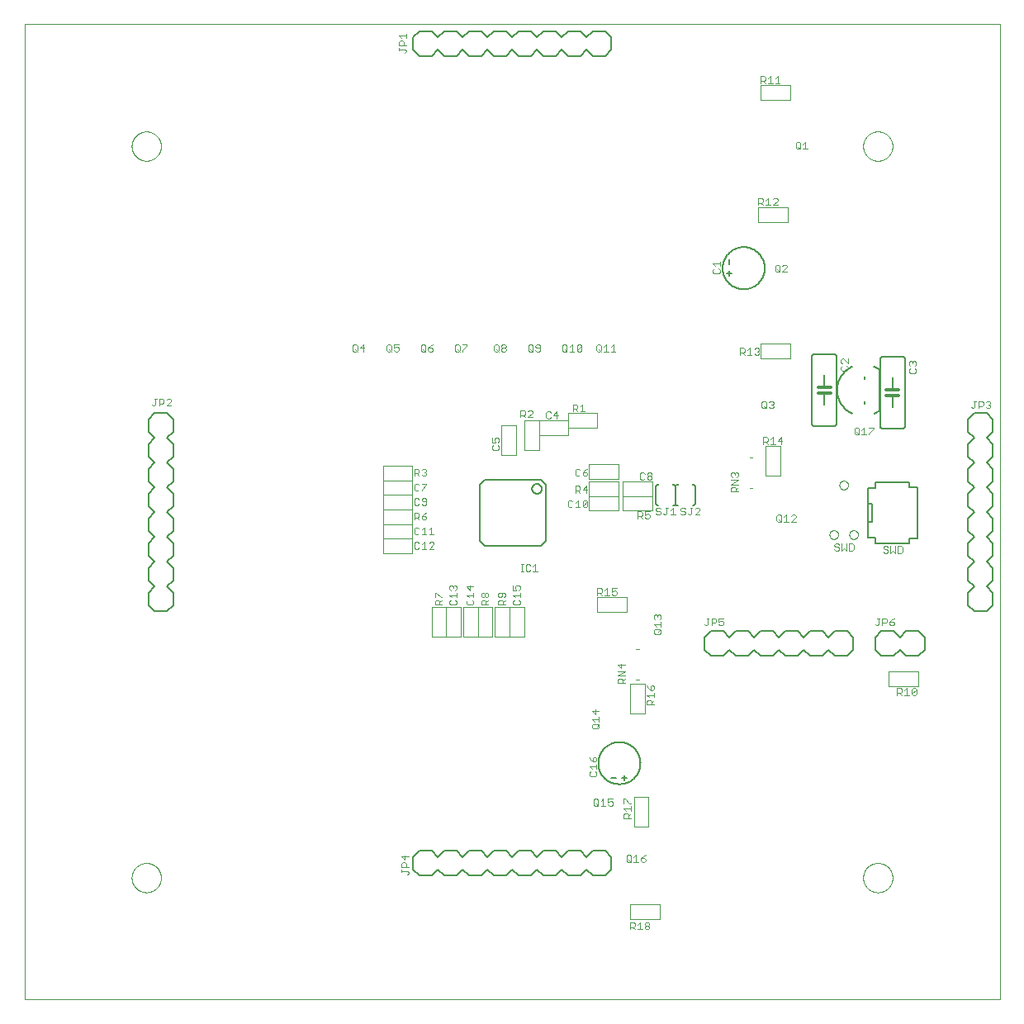
<source format=gto>
G75*
%MOIN*%
%OFA0B0*%
%FSLAX25Y25*%
%IPPOS*%
%LPD*%
%AMOC8*
5,1,8,0,0,1.08239X$1,22.5*
%
%ADD10C,0.00000*%
%ADD11C,0.00400*%
%ADD12C,0.00600*%
%ADD13C,0.00500*%
%ADD14C,0.00394*%
%ADD15C,0.00800*%
%ADD16C,0.01200*%
D10*
X0028775Y0011058D02*
X0028775Y0404759D01*
X0422476Y0404759D01*
X0422476Y0011058D01*
X0028775Y0011058D01*
X0072081Y0060271D02*
X0072083Y0060424D01*
X0072089Y0060578D01*
X0072099Y0060731D01*
X0072113Y0060883D01*
X0072131Y0061036D01*
X0072153Y0061187D01*
X0072178Y0061338D01*
X0072208Y0061489D01*
X0072242Y0061639D01*
X0072279Y0061787D01*
X0072320Y0061935D01*
X0072365Y0062081D01*
X0072414Y0062227D01*
X0072467Y0062371D01*
X0072523Y0062513D01*
X0072583Y0062654D01*
X0072647Y0062794D01*
X0072714Y0062932D01*
X0072785Y0063068D01*
X0072860Y0063202D01*
X0072937Y0063334D01*
X0073019Y0063464D01*
X0073103Y0063592D01*
X0073191Y0063718D01*
X0073282Y0063841D01*
X0073376Y0063962D01*
X0073474Y0064080D01*
X0073574Y0064196D01*
X0073678Y0064309D01*
X0073784Y0064420D01*
X0073893Y0064528D01*
X0074005Y0064633D01*
X0074119Y0064734D01*
X0074237Y0064833D01*
X0074356Y0064929D01*
X0074478Y0065022D01*
X0074603Y0065111D01*
X0074730Y0065198D01*
X0074859Y0065280D01*
X0074990Y0065360D01*
X0075123Y0065436D01*
X0075258Y0065509D01*
X0075395Y0065578D01*
X0075534Y0065643D01*
X0075674Y0065705D01*
X0075816Y0065763D01*
X0075959Y0065818D01*
X0076104Y0065869D01*
X0076250Y0065916D01*
X0076397Y0065959D01*
X0076545Y0065998D01*
X0076694Y0066034D01*
X0076844Y0066065D01*
X0076995Y0066093D01*
X0077146Y0066117D01*
X0077299Y0066137D01*
X0077451Y0066153D01*
X0077604Y0066165D01*
X0077757Y0066173D01*
X0077910Y0066177D01*
X0078064Y0066177D01*
X0078217Y0066173D01*
X0078370Y0066165D01*
X0078523Y0066153D01*
X0078675Y0066137D01*
X0078828Y0066117D01*
X0078979Y0066093D01*
X0079130Y0066065D01*
X0079280Y0066034D01*
X0079429Y0065998D01*
X0079577Y0065959D01*
X0079724Y0065916D01*
X0079870Y0065869D01*
X0080015Y0065818D01*
X0080158Y0065763D01*
X0080300Y0065705D01*
X0080440Y0065643D01*
X0080579Y0065578D01*
X0080716Y0065509D01*
X0080851Y0065436D01*
X0080984Y0065360D01*
X0081115Y0065280D01*
X0081244Y0065198D01*
X0081371Y0065111D01*
X0081496Y0065022D01*
X0081618Y0064929D01*
X0081737Y0064833D01*
X0081855Y0064734D01*
X0081969Y0064633D01*
X0082081Y0064528D01*
X0082190Y0064420D01*
X0082296Y0064309D01*
X0082400Y0064196D01*
X0082500Y0064080D01*
X0082598Y0063962D01*
X0082692Y0063841D01*
X0082783Y0063718D01*
X0082871Y0063592D01*
X0082955Y0063464D01*
X0083037Y0063334D01*
X0083114Y0063202D01*
X0083189Y0063068D01*
X0083260Y0062932D01*
X0083327Y0062794D01*
X0083391Y0062654D01*
X0083451Y0062513D01*
X0083507Y0062371D01*
X0083560Y0062227D01*
X0083609Y0062081D01*
X0083654Y0061935D01*
X0083695Y0061787D01*
X0083732Y0061639D01*
X0083766Y0061489D01*
X0083796Y0061338D01*
X0083821Y0061187D01*
X0083843Y0061036D01*
X0083861Y0060883D01*
X0083875Y0060731D01*
X0083885Y0060578D01*
X0083891Y0060424D01*
X0083893Y0060271D01*
X0083891Y0060118D01*
X0083885Y0059964D01*
X0083875Y0059811D01*
X0083861Y0059659D01*
X0083843Y0059506D01*
X0083821Y0059355D01*
X0083796Y0059204D01*
X0083766Y0059053D01*
X0083732Y0058903D01*
X0083695Y0058755D01*
X0083654Y0058607D01*
X0083609Y0058461D01*
X0083560Y0058315D01*
X0083507Y0058171D01*
X0083451Y0058029D01*
X0083391Y0057888D01*
X0083327Y0057748D01*
X0083260Y0057610D01*
X0083189Y0057474D01*
X0083114Y0057340D01*
X0083037Y0057208D01*
X0082955Y0057078D01*
X0082871Y0056950D01*
X0082783Y0056824D01*
X0082692Y0056701D01*
X0082598Y0056580D01*
X0082500Y0056462D01*
X0082400Y0056346D01*
X0082296Y0056233D01*
X0082190Y0056122D01*
X0082081Y0056014D01*
X0081969Y0055909D01*
X0081855Y0055808D01*
X0081737Y0055709D01*
X0081618Y0055613D01*
X0081496Y0055520D01*
X0081371Y0055431D01*
X0081244Y0055344D01*
X0081115Y0055262D01*
X0080984Y0055182D01*
X0080851Y0055106D01*
X0080716Y0055033D01*
X0080579Y0054964D01*
X0080440Y0054899D01*
X0080300Y0054837D01*
X0080158Y0054779D01*
X0080015Y0054724D01*
X0079870Y0054673D01*
X0079724Y0054626D01*
X0079577Y0054583D01*
X0079429Y0054544D01*
X0079280Y0054508D01*
X0079130Y0054477D01*
X0078979Y0054449D01*
X0078828Y0054425D01*
X0078675Y0054405D01*
X0078523Y0054389D01*
X0078370Y0054377D01*
X0078217Y0054369D01*
X0078064Y0054365D01*
X0077910Y0054365D01*
X0077757Y0054369D01*
X0077604Y0054377D01*
X0077451Y0054389D01*
X0077299Y0054405D01*
X0077146Y0054425D01*
X0076995Y0054449D01*
X0076844Y0054477D01*
X0076694Y0054508D01*
X0076545Y0054544D01*
X0076397Y0054583D01*
X0076250Y0054626D01*
X0076104Y0054673D01*
X0075959Y0054724D01*
X0075816Y0054779D01*
X0075674Y0054837D01*
X0075534Y0054899D01*
X0075395Y0054964D01*
X0075258Y0055033D01*
X0075123Y0055106D01*
X0074990Y0055182D01*
X0074859Y0055262D01*
X0074730Y0055344D01*
X0074603Y0055431D01*
X0074478Y0055520D01*
X0074356Y0055613D01*
X0074237Y0055709D01*
X0074119Y0055808D01*
X0074005Y0055909D01*
X0073893Y0056014D01*
X0073784Y0056122D01*
X0073678Y0056233D01*
X0073574Y0056346D01*
X0073474Y0056462D01*
X0073376Y0056580D01*
X0073282Y0056701D01*
X0073191Y0056824D01*
X0073103Y0056950D01*
X0073019Y0057078D01*
X0072937Y0057208D01*
X0072860Y0057340D01*
X0072785Y0057474D01*
X0072714Y0057610D01*
X0072647Y0057748D01*
X0072583Y0057888D01*
X0072523Y0058029D01*
X0072467Y0058171D01*
X0072414Y0058315D01*
X0072365Y0058461D01*
X0072320Y0058607D01*
X0072279Y0058755D01*
X0072242Y0058903D01*
X0072208Y0059053D01*
X0072178Y0059204D01*
X0072153Y0059355D01*
X0072131Y0059506D01*
X0072113Y0059659D01*
X0072099Y0059811D01*
X0072089Y0059964D01*
X0072083Y0060118D01*
X0072081Y0060271D01*
X0353733Y0198735D02*
X0353735Y0198818D01*
X0353741Y0198901D01*
X0353751Y0198984D01*
X0353765Y0199066D01*
X0353782Y0199148D01*
X0353804Y0199228D01*
X0353829Y0199307D01*
X0353858Y0199385D01*
X0353891Y0199462D01*
X0353928Y0199537D01*
X0353967Y0199610D01*
X0354011Y0199681D01*
X0354057Y0199750D01*
X0354107Y0199817D01*
X0354160Y0199881D01*
X0354216Y0199943D01*
X0354275Y0200002D01*
X0354337Y0200058D01*
X0354401Y0200111D01*
X0354468Y0200161D01*
X0354537Y0200207D01*
X0354608Y0200251D01*
X0354681Y0200290D01*
X0354756Y0200327D01*
X0354833Y0200360D01*
X0354911Y0200389D01*
X0354990Y0200414D01*
X0355070Y0200436D01*
X0355152Y0200453D01*
X0355234Y0200467D01*
X0355317Y0200477D01*
X0355400Y0200483D01*
X0355483Y0200485D01*
X0355566Y0200483D01*
X0355649Y0200477D01*
X0355732Y0200467D01*
X0355814Y0200453D01*
X0355896Y0200436D01*
X0355976Y0200414D01*
X0356055Y0200389D01*
X0356133Y0200360D01*
X0356210Y0200327D01*
X0356285Y0200290D01*
X0356358Y0200251D01*
X0356429Y0200207D01*
X0356498Y0200161D01*
X0356565Y0200111D01*
X0356629Y0200058D01*
X0356691Y0200002D01*
X0356750Y0199943D01*
X0356806Y0199881D01*
X0356859Y0199817D01*
X0356909Y0199750D01*
X0356955Y0199681D01*
X0356999Y0199610D01*
X0357038Y0199537D01*
X0357075Y0199462D01*
X0357108Y0199385D01*
X0357137Y0199307D01*
X0357162Y0199228D01*
X0357184Y0199148D01*
X0357201Y0199066D01*
X0357215Y0198984D01*
X0357225Y0198901D01*
X0357231Y0198818D01*
X0357233Y0198735D01*
X0357231Y0198652D01*
X0357225Y0198569D01*
X0357215Y0198486D01*
X0357201Y0198404D01*
X0357184Y0198322D01*
X0357162Y0198242D01*
X0357137Y0198163D01*
X0357108Y0198085D01*
X0357075Y0198008D01*
X0357038Y0197933D01*
X0356999Y0197860D01*
X0356955Y0197789D01*
X0356909Y0197720D01*
X0356859Y0197653D01*
X0356806Y0197589D01*
X0356750Y0197527D01*
X0356691Y0197468D01*
X0356629Y0197412D01*
X0356565Y0197359D01*
X0356498Y0197309D01*
X0356429Y0197263D01*
X0356358Y0197219D01*
X0356285Y0197180D01*
X0356210Y0197143D01*
X0356133Y0197110D01*
X0356055Y0197081D01*
X0355976Y0197056D01*
X0355896Y0197034D01*
X0355814Y0197017D01*
X0355732Y0197003D01*
X0355649Y0196993D01*
X0355566Y0196987D01*
X0355483Y0196985D01*
X0355400Y0196987D01*
X0355317Y0196993D01*
X0355234Y0197003D01*
X0355152Y0197017D01*
X0355070Y0197034D01*
X0354990Y0197056D01*
X0354911Y0197081D01*
X0354833Y0197110D01*
X0354756Y0197143D01*
X0354681Y0197180D01*
X0354608Y0197219D01*
X0354537Y0197263D01*
X0354468Y0197309D01*
X0354401Y0197359D01*
X0354337Y0197412D01*
X0354275Y0197468D01*
X0354216Y0197527D01*
X0354160Y0197589D01*
X0354107Y0197653D01*
X0354057Y0197720D01*
X0354011Y0197789D01*
X0353967Y0197860D01*
X0353928Y0197933D01*
X0353891Y0198008D01*
X0353858Y0198085D01*
X0353829Y0198163D01*
X0353804Y0198242D01*
X0353782Y0198322D01*
X0353765Y0198404D01*
X0353751Y0198486D01*
X0353741Y0198569D01*
X0353735Y0198652D01*
X0353733Y0198735D01*
X0361733Y0198735D02*
X0361735Y0198818D01*
X0361741Y0198901D01*
X0361751Y0198984D01*
X0361765Y0199066D01*
X0361782Y0199148D01*
X0361804Y0199228D01*
X0361829Y0199307D01*
X0361858Y0199385D01*
X0361891Y0199462D01*
X0361928Y0199537D01*
X0361967Y0199610D01*
X0362011Y0199681D01*
X0362057Y0199750D01*
X0362107Y0199817D01*
X0362160Y0199881D01*
X0362216Y0199943D01*
X0362275Y0200002D01*
X0362337Y0200058D01*
X0362401Y0200111D01*
X0362468Y0200161D01*
X0362537Y0200207D01*
X0362608Y0200251D01*
X0362681Y0200290D01*
X0362756Y0200327D01*
X0362833Y0200360D01*
X0362911Y0200389D01*
X0362990Y0200414D01*
X0363070Y0200436D01*
X0363152Y0200453D01*
X0363234Y0200467D01*
X0363317Y0200477D01*
X0363400Y0200483D01*
X0363483Y0200485D01*
X0363566Y0200483D01*
X0363649Y0200477D01*
X0363732Y0200467D01*
X0363814Y0200453D01*
X0363896Y0200436D01*
X0363976Y0200414D01*
X0364055Y0200389D01*
X0364133Y0200360D01*
X0364210Y0200327D01*
X0364285Y0200290D01*
X0364358Y0200251D01*
X0364429Y0200207D01*
X0364498Y0200161D01*
X0364565Y0200111D01*
X0364629Y0200058D01*
X0364691Y0200002D01*
X0364750Y0199943D01*
X0364806Y0199881D01*
X0364859Y0199817D01*
X0364909Y0199750D01*
X0364955Y0199681D01*
X0364999Y0199610D01*
X0365038Y0199537D01*
X0365075Y0199462D01*
X0365108Y0199385D01*
X0365137Y0199307D01*
X0365162Y0199228D01*
X0365184Y0199148D01*
X0365201Y0199066D01*
X0365215Y0198984D01*
X0365225Y0198901D01*
X0365231Y0198818D01*
X0365233Y0198735D01*
X0365231Y0198652D01*
X0365225Y0198569D01*
X0365215Y0198486D01*
X0365201Y0198404D01*
X0365184Y0198322D01*
X0365162Y0198242D01*
X0365137Y0198163D01*
X0365108Y0198085D01*
X0365075Y0198008D01*
X0365038Y0197933D01*
X0364999Y0197860D01*
X0364955Y0197789D01*
X0364909Y0197720D01*
X0364859Y0197653D01*
X0364806Y0197589D01*
X0364750Y0197527D01*
X0364691Y0197468D01*
X0364629Y0197412D01*
X0364565Y0197359D01*
X0364498Y0197309D01*
X0364429Y0197263D01*
X0364358Y0197219D01*
X0364285Y0197180D01*
X0364210Y0197143D01*
X0364133Y0197110D01*
X0364055Y0197081D01*
X0363976Y0197056D01*
X0363896Y0197034D01*
X0363814Y0197017D01*
X0363732Y0197003D01*
X0363649Y0196993D01*
X0363566Y0196987D01*
X0363483Y0196985D01*
X0363400Y0196987D01*
X0363317Y0196993D01*
X0363234Y0197003D01*
X0363152Y0197017D01*
X0363070Y0197034D01*
X0362990Y0197056D01*
X0362911Y0197081D01*
X0362833Y0197110D01*
X0362756Y0197143D01*
X0362681Y0197180D01*
X0362608Y0197219D01*
X0362537Y0197263D01*
X0362468Y0197309D01*
X0362401Y0197359D01*
X0362337Y0197412D01*
X0362275Y0197468D01*
X0362216Y0197527D01*
X0362160Y0197589D01*
X0362107Y0197653D01*
X0362057Y0197720D01*
X0362011Y0197789D01*
X0361967Y0197860D01*
X0361928Y0197933D01*
X0361891Y0198008D01*
X0361858Y0198085D01*
X0361829Y0198163D01*
X0361804Y0198242D01*
X0361782Y0198322D01*
X0361765Y0198404D01*
X0361751Y0198486D01*
X0361741Y0198569D01*
X0361735Y0198652D01*
X0361733Y0198735D01*
X0357733Y0218735D02*
X0357735Y0218818D01*
X0357741Y0218901D01*
X0357751Y0218984D01*
X0357765Y0219066D01*
X0357782Y0219148D01*
X0357804Y0219228D01*
X0357829Y0219307D01*
X0357858Y0219385D01*
X0357891Y0219462D01*
X0357928Y0219537D01*
X0357967Y0219610D01*
X0358011Y0219681D01*
X0358057Y0219750D01*
X0358107Y0219817D01*
X0358160Y0219881D01*
X0358216Y0219943D01*
X0358275Y0220002D01*
X0358337Y0220058D01*
X0358401Y0220111D01*
X0358468Y0220161D01*
X0358537Y0220207D01*
X0358608Y0220251D01*
X0358681Y0220290D01*
X0358756Y0220327D01*
X0358833Y0220360D01*
X0358911Y0220389D01*
X0358990Y0220414D01*
X0359070Y0220436D01*
X0359152Y0220453D01*
X0359234Y0220467D01*
X0359317Y0220477D01*
X0359400Y0220483D01*
X0359483Y0220485D01*
X0359566Y0220483D01*
X0359649Y0220477D01*
X0359732Y0220467D01*
X0359814Y0220453D01*
X0359896Y0220436D01*
X0359976Y0220414D01*
X0360055Y0220389D01*
X0360133Y0220360D01*
X0360210Y0220327D01*
X0360285Y0220290D01*
X0360358Y0220251D01*
X0360429Y0220207D01*
X0360498Y0220161D01*
X0360565Y0220111D01*
X0360629Y0220058D01*
X0360691Y0220002D01*
X0360750Y0219943D01*
X0360806Y0219881D01*
X0360859Y0219817D01*
X0360909Y0219750D01*
X0360955Y0219681D01*
X0360999Y0219610D01*
X0361038Y0219537D01*
X0361075Y0219462D01*
X0361108Y0219385D01*
X0361137Y0219307D01*
X0361162Y0219228D01*
X0361184Y0219148D01*
X0361201Y0219066D01*
X0361215Y0218984D01*
X0361225Y0218901D01*
X0361231Y0218818D01*
X0361233Y0218735D01*
X0361231Y0218652D01*
X0361225Y0218569D01*
X0361215Y0218486D01*
X0361201Y0218404D01*
X0361184Y0218322D01*
X0361162Y0218242D01*
X0361137Y0218163D01*
X0361108Y0218085D01*
X0361075Y0218008D01*
X0361038Y0217933D01*
X0360999Y0217860D01*
X0360955Y0217789D01*
X0360909Y0217720D01*
X0360859Y0217653D01*
X0360806Y0217589D01*
X0360750Y0217527D01*
X0360691Y0217468D01*
X0360629Y0217412D01*
X0360565Y0217359D01*
X0360498Y0217309D01*
X0360429Y0217263D01*
X0360358Y0217219D01*
X0360285Y0217180D01*
X0360210Y0217143D01*
X0360133Y0217110D01*
X0360055Y0217081D01*
X0359976Y0217056D01*
X0359896Y0217034D01*
X0359814Y0217017D01*
X0359732Y0217003D01*
X0359649Y0216993D01*
X0359566Y0216987D01*
X0359483Y0216985D01*
X0359400Y0216987D01*
X0359317Y0216993D01*
X0359234Y0217003D01*
X0359152Y0217017D01*
X0359070Y0217034D01*
X0358990Y0217056D01*
X0358911Y0217081D01*
X0358833Y0217110D01*
X0358756Y0217143D01*
X0358681Y0217180D01*
X0358608Y0217219D01*
X0358537Y0217263D01*
X0358468Y0217309D01*
X0358401Y0217359D01*
X0358337Y0217412D01*
X0358275Y0217468D01*
X0358216Y0217527D01*
X0358160Y0217589D01*
X0358107Y0217653D01*
X0358057Y0217720D01*
X0358011Y0217789D01*
X0357967Y0217860D01*
X0357928Y0217933D01*
X0357891Y0218008D01*
X0357858Y0218085D01*
X0357829Y0218163D01*
X0357804Y0218242D01*
X0357782Y0218322D01*
X0357765Y0218404D01*
X0357751Y0218486D01*
X0357741Y0218569D01*
X0357735Y0218652D01*
X0357733Y0218735D01*
X0367357Y0355546D02*
X0367359Y0355699D01*
X0367365Y0355853D01*
X0367375Y0356006D01*
X0367389Y0356158D01*
X0367407Y0356311D01*
X0367429Y0356462D01*
X0367454Y0356613D01*
X0367484Y0356764D01*
X0367518Y0356914D01*
X0367555Y0357062D01*
X0367596Y0357210D01*
X0367641Y0357356D01*
X0367690Y0357502D01*
X0367743Y0357646D01*
X0367799Y0357788D01*
X0367859Y0357929D01*
X0367923Y0358069D01*
X0367990Y0358207D01*
X0368061Y0358343D01*
X0368136Y0358477D01*
X0368213Y0358609D01*
X0368295Y0358739D01*
X0368379Y0358867D01*
X0368467Y0358993D01*
X0368558Y0359116D01*
X0368652Y0359237D01*
X0368750Y0359355D01*
X0368850Y0359471D01*
X0368954Y0359584D01*
X0369060Y0359695D01*
X0369169Y0359803D01*
X0369281Y0359908D01*
X0369395Y0360009D01*
X0369513Y0360108D01*
X0369632Y0360204D01*
X0369754Y0360297D01*
X0369879Y0360386D01*
X0370006Y0360473D01*
X0370135Y0360555D01*
X0370266Y0360635D01*
X0370399Y0360711D01*
X0370534Y0360784D01*
X0370671Y0360853D01*
X0370810Y0360918D01*
X0370950Y0360980D01*
X0371092Y0361038D01*
X0371235Y0361093D01*
X0371380Y0361144D01*
X0371526Y0361191D01*
X0371673Y0361234D01*
X0371821Y0361273D01*
X0371970Y0361309D01*
X0372120Y0361340D01*
X0372271Y0361368D01*
X0372422Y0361392D01*
X0372575Y0361412D01*
X0372727Y0361428D01*
X0372880Y0361440D01*
X0373033Y0361448D01*
X0373186Y0361452D01*
X0373340Y0361452D01*
X0373493Y0361448D01*
X0373646Y0361440D01*
X0373799Y0361428D01*
X0373951Y0361412D01*
X0374104Y0361392D01*
X0374255Y0361368D01*
X0374406Y0361340D01*
X0374556Y0361309D01*
X0374705Y0361273D01*
X0374853Y0361234D01*
X0375000Y0361191D01*
X0375146Y0361144D01*
X0375291Y0361093D01*
X0375434Y0361038D01*
X0375576Y0360980D01*
X0375716Y0360918D01*
X0375855Y0360853D01*
X0375992Y0360784D01*
X0376127Y0360711D01*
X0376260Y0360635D01*
X0376391Y0360555D01*
X0376520Y0360473D01*
X0376647Y0360386D01*
X0376772Y0360297D01*
X0376894Y0360204D01*
X0377013Y0360108D01*
X0377131Y0360009D01*
X0377245Y0359908D01*
X0377357Y0359803D01*
X0377466Y0359695D01*
X0377572Y0359584D01*
X0377676Y0359471D01*
X0377776Y0359355D01*
X0377874Y0359237D01*
X0377968Y0359116D01*
X0378059Y0358993D01*
X0378147Y0358867D01*
X0378231Y0358739D01*
X0378313Y0358609D01*
X0378390Y0358477D01*
X0378465Y0358343D01*
X0378536Y0358207D01*
X0378603Y0358069D01*
X0378667Y0357929D01*
X0378727Y0357788D01*
X0378783Y0357646D01*
X0378836Y0357502D01*
X0378885Y0357356D01*
X0378930Y0357210D01*
X0378971Y0357062D01*
X0379008Y0356914D01*
X0379042Y0356764D01*
X0379072Y0356613D01*
X0379097Y0356462D01*
X0379119Y0356311D01*
X0379137Y0356158D01*
X0379151Y0356006D01*
X0379161Y0355853D01*
X0379167Y0355699D01*
X0379169Y0355546D01*
X0379167Y0355393D01*
X0379161Y0355239D01*
X0379151Y0355086D01*
X0379137Y0354934D01*
X0379119Y0354781D01*
X0379097Y0354630D01*
X0379072Y0354479D01*
X0379042Y0354328D01*
X0379008Y0354178D01*
X0378971Y0354030D01*
X0378930Y0353882D01*
X0378885Y0353736D01*
X0378836Y0353590D01*
X0378783Y0353446D01*
X0378727Y0353304D01*
X0378667Y0353163D01*
X0378603Y0353023D01*
X0378536Y0352885D01*
X0378465Y0352749D01*
X0378390Y0352615D01*
X0378313Y0352483D01*
X0378231Y0352353D01*
X0378147Y0352225D01*
X0378059Y0352099D01*
X0377968Y0351976D01*
X0377874Y0351855D01*
X0377776Y0351737D01*
X0377676Y0351621D01*
X0377572Y0351508D01*
X0377466Y0351397D01*
X0377357Y0351289D01*
X0377245Y0351184D01*
X0377131Y0351083D01*
X0377013Y0350984D01*
X0376894Y0350888D01*
X0376772Y0350795D01*
X0376647Y0350706D01*
X0376520Y0350619D01*
X0376391Y0350537D01*
X0376260Y0350457D01*
X0376127Y0350381D01*
X0375992Y0350308D01*
X0375855Y0350239D01*
X0375716Y0350174D01*
X0375576Y0350112D01*
X0375434Y0350054D01*
X0375291Y0349999D01*
X0375146Y0349948D01*
X0375000Y0349901D01*
X0374853Y0349858D01*
X0374705Y0349819D01*
X0374556Y0349783D01*
X0374406Y0349752D01*
X0374255Y0349724D01*
X0374104Y0349700D01*
X0373951Y0349680D01*
X0373799Y0349664D01*
X0373646Y0349652D01*
X0373493Y0349644D01*
X0373340Y0349640D01*
X0373186Y0349640D01*
X0373033Y0349644D01*
X0372880Y0349652D01*
X0372727Y0349664D01*
X0372575Y0349680D01*
X0372422Y0349700D01*
X0372271Y0349724D01*
X0372120Y0349752D01*
X0371970Y0349783D01*
X0371821Y0349819D01*
X0371673Y0349858D01*
X0371526Y0349901D01*
X0371380Y0349948D01*
X0371235Y0349999D01*
X0371092Y0350054D01*
X0370950Y0350112D01*
X0370810Y0350174D01*
X0370671Y0350239D01*
X0370534Y0350308D01*
X0370399Y0350381D01*
X0370266Y0350457D01*
X0370135Y0350537D01*
X0370006Y0350619D01*
X0369879Y0350706D01*
X0369754Y0350795D01*
X0369632Y0350888D01*
X0369513Y0350984D01*
X0369395Y0351083D01*
X0369281Y0351184D01*
X0369169Y0351289D01*
X0369060Y0351397D01*
X0368954Y0351508D01*
X0368850Y0351621D01*
X0368750Y0351737D01*
X0368652Y0351855D01*
X0368558Y0351976D01*
X0368467Y0352099D01*
X0368379Y0352225D01*
X0368295Y0352353D01*
X0368213Y0352483D01*
X0368136Y0352615D01*
X0368061Y0352749D01*
X0367990Y0352885D01*
X0367923Y0353023D01*
X0367859Y0353163D01*
X0367799Y0353304D01*
X0367743Y0353446D01*
X0367690Y0353590D01*
X0367641Y0353736D01*
X0367596Y0353882D01*
X0367555Y0354030D01*
X0367518Y0354178D01*
X0367484Y0354328D01*
X0367454Y0354479D01*
X0367429Y0354630D01*
X0367407Y0354781D01*
X0367389Y0354934D01*
X0367375Y0355086D01*
X0367365Y0355239D01*
X0367359Y0355393D01*
X0367357Y0355546D01*
X0072081Y0355546D02*
X0072083Y0355699D01*
X0072089Y0355853D01*
X0072099Y0356006D01*
X0072113Y0356158D01*
X0072131Y0356311D01*
X0072153Y0356462D01*
X0072178Y0356613D01*
X0072208Y0356764D01*
X0072242Y0356914D01*
X0072279Y0357062D01*
X0072320Y0357210D01*
X0072365Y0357356D01*
X0072414Y0357502D01*
X0072467Y0357646D01*
X0072523Y0357788D01*
X0072583Y0357929D01*
X0072647Y0358069D01*
X0072714Y0358207D01*
X0072785Y0358343D01*
X0072860Y0358477D01*
X0072937Y0358609D01*
X0073019Y0358739D01*
X0073103Y0358867D01*
X0073191Y0358993D01*
X0073282Y0359116D01*
X0073376Y0359237D01*
X0073474Y0359355D01*
X0073574Y0359471D01*
X0073678Y0359584D01*
X0073784Y0359695D01*
X0073893Y0359803D01*
X0074005Y0359908D01*
X0074119Y0360009D01*
X0074237Y0360108D01*
X0074356Y0360204D01*
X0074478Y0360297D01*
X0074603Y0360386D01*
X0074730Y0360473D01*
X0074859Y0360555D01*
X0074990Y0360635D01*
X0075123Y0360711D01*
X0075258Y0360784D01*
X0075395Y0360853D01*
X0075534Y0360918D01*
X0075674Y0360980D01*
X0075816Y0361038D01*
X0075959Y0361093D01*
X0076104Y0361144D01*
X0076250Y0361191D01*
X0076397Y0361234D01*
X0076545Y0361273D01*
X0076694Y0361309D01*
X0076844Y0361340D01*
X0076995Y0361368D01*
X0077146Y0361392D01*
X0077299Y0361412D01*
X0077451Y0361428D01*
X0077604Y0361440D01*
X0077757Y0361448D01*
X0077910Y0361452D01*
X0078064Y0361452D01*
X0078217Y0361448D01*
X0078370Y0361440D01*
X0078523Y0361428D01*
X0078675Y0361412D01*
X0078828Y0361392D01*
X0078979Y0361368D01*
X0079130Y0361340D01*
X0079280Y0361309D01*
X0079429Y0361273D01*
X0079577Y0361234D01*
X0079724Y0361191D01*
X0079870Y0361144D01*
X0080015Y0361093D01*
X0080158Y0361038D01*
X0080300Y0360980D01*
X0080440Y0360918D01*
X0080579Y0360853D01*
X0080716Y0360784D01*
X0080851Y0360711D01*
X0080984Y0360635D01*
X0081115Y0360555D01*
X0081244Y0360473D01*
X0081371Y0360386D01*
X0081496Y0360297D01*
X0081618Y0360204D01*
X0081737Y0360108D01*
X0081855Y0360009D01*
X0081969Y0359908D01*
X0082081Y0359803D01*
X0082190Y0359695D01*
X0082296Y0359584D01*
X0082400Y0359471D01*
X0082500Y0359355D01*
X0082598Y0359237D01*
X0082692Y0359116D01*
X0082783Y0358993D01*
X0082871Y0358867D01*
X0082955Y0358739D01*
X0083037Y0358609D01*
X0083114Y0358477D01*
X0083189Y0358343D01*
X0083260Y0358207D01*
X0083327Y0358069D01*
X0083391Y0357929D01*
X0083451Y0357788D01*
X0083507Y0357646D01*
X0083560Y0357502D01*
X0083609Y0357356D01*
X0083654Y0357210D01*
X0083695Y0357062D01*
X0083732Y0356914D01*
X0083766Y0356764D01*
X0083796Y0356613D01*
X0083821Y0356462D01*
X0083843Y0356311D01*
X0083861Y0356158D01*
X0083875Y0356006D01*
X0083885Y0355853D01*
X0083891Y0355699D01*
X0083893Y0355546D01*
X0083891Y0355393D01*
X0083885Y0355239D01*
X0083875Y0355086D01*
X0083861Y0354934D01*
X0083843Y0354781D01*
X0083821Y0354630D01*
X0083796Y0354479D01*
X0083766Y0354328D01*
X0083732Y0354178D01*
X0083695Y0354030D01*
X0083654Y0353882D01*
X0083609Y0353736D01*
X0083560Y0353590D01*
X0083507Y0353446D01*
X0083451Y0353304D01*
X0083391Y0353163D01*
X0083327Y0353023D01*
X0083260Y0352885D01*
X0083189Y0352749D01*
X0083114Y0352615D01*
X0083037Y0352483D01*
X0082955Y0352353D01*
X0082871Y0352225D01*
X0082783Y0352099D01*
X0082692Y0351976D01*
X0082598Y0351855D01*
X0082500Y0351737D01*
X0082400Y0351621D01*
X0082296Y0351508D01*
X0082190Y0351397D01*
X0082081Y0351289D01*
X0081969Y0351184D01*
X0081855Y0351083D01*
X0081737Y0350984D01*
X0081618Y0350888D01*
X0081496Y0350795D01*
X0081371Y0350706D01*
X0081244Y0350619D01*
X0081115Y0350537D01*
X0080984Y0350457D01*
X0080851Y0350381D01*
X0080716Y0350308D01*
X0080579Y0350239D01*
X0080440Y0350174D01*
X0080300Y0350112D01*
X0080158Y0350054D01*
X0080015Y0349999D01*
X0079870Y0349948D01*
X0079724Y0349901D01*
X0079577Y0349858D01*
X0079429Y0349819D01*
X0079280Y0349783D01*
X0079130Y0349752D01*
X0078979Y0349724D01*
X0078828Y0349700D01*
X0078675Y0349680D01*
X0078523Y0349664D01*
X0078370Y0349652D01*
X0078217Y0349644D01*
X0078064Y0349640D01*
X0077910Y0349640D01*
X0077757Y0349644D01*
X0077604Y0349652D01*
X0077451Y0349664D01*
X0077299Y0349680D01*
X0077146Y0349700D01*
X0076995Y0349724D01*
X0076844Y0349752D01*
X0076694Y0349783D01*
X0076545Y0349819D01*
X0076397Y0349858D01*
X0076250Y0349901D01*
X0076104Y0349948D01*
X0075959Y0349999D01*
X0075816Y0350054D01*
X0075674Y0350112D01*
X0075534Y0350174D01*
X0075395Y0350239D01*
X0075258Y0350308D01*
X0075123Y0350381D01*
X0074990Y0350457D01*
X0074859Y0350537D01*
X0074730Y0350619D01*
X0074603Y0350706D01*
X0074478Y0350795D01*
X0074356Y0350888D01*
X0074237Y0350984D01*
X0074119Y0351083D01*
X0074005Y0351184D01*
X0073893Y0351289D01*
X0073784Y0351397D01*
X0073678Y0351508D01*
X0073574Y0351621D01*
X0073474Y0351737D01*
X0073376Y0351855D01*
X0073282Y0351976D01*
X0073191Y0352099D01*
X0073103Y0352225D01*
X0073019Y0352353D01*
X0072937Y0352483D01*
X0072860Y0352615D01*
X0072785Y0352749D01*
X0072714Y0352885D01*
X0072647Y0353023D01*
X0072583Y0353163D01*
X0072523Y0353304D01*
X0072467Y0353446D01*
X0072414Y0353590D01*
X0072365Y0353736D01*
X0072320Y0353882D01*
X0072279Y0354030D01*
X0072242Y0354178D01*
X0072208Y0354328D01*
X0072178Y0354479D01*
X0072153Y0354630D01*
X0072131Y0354781D01*
X0072113Y0354934D01*
X0072099Y0355086D01*
X0072089Y0355239D01*
X0072083Y0355393D01*
X0072081Y0355546D01*
X0367357Y0060271D02*
X0367359Y0060424D01*
X0367365Y0060578D01*
X0367375Y0060731D01*
X0367389Y0060883D01*
X0367407Y0061036D01*
X0367429Y0061187D01*
X0367454Y0061338D01*
X0367484Y0061489D01*
X0367518Y0061639D01*
X0367555Y0061787D01*
X0367596Y0061935D01*
X0367641Y0062081D01*
X0367690Y0062227D01*
X0367743Y0062371D01*
X0367799Y0062513D01*
X0367859Y0062654D01*
X0367923Y0062794D01*
X0367990Y0062932D01*
X0368061Y0063068D01*
X0368136Y0063202D01*
X0368213Y0063334D01*
X0368295Y0063464D01*
X0368379Y0063592D01*
X0368467Y0063718D01*
X0368558Y0063841D01*
X0368652Y0063962D01*
X0368750Y0064080D01*
X0368850Y0064196D01*
X0368954Y0064309D01*
X0369060Y0064420D01*
X0369169Y0064528D01*
X0369281Y0064633D01*
X0369395Y0064734D01*
X0369513Y0064833D01*
X0369632Y0064929D01*
X0369754Y0065022D01*
X0369879Y0065111D01*
X0370006Y0065198D01*
X0370135Y0065280D01*
X0370266Y0065360D01*
X0370399Y0065436D01*
X0370534Y0065509D01*
X0370671Y0065578D01*
X0370810Y0065643D01*
X0370950Y0065705D01*
X0371092Y0065763D01*
X0371235Y0065818D01*
X0371380Y0065869D01*
X0371526Y0065916D01*
X0371673Y0065959D01*
X0371821Y0065998D01*
X0371970Y0066034D01*
X0372120Y0066065D01*
X0372271Y0066093D01*
X0372422Y0066117D01*
X0372575Y0066137D01*
X0372727Y0066153D01*
X0372880Y0066165D01*
X0373033Y0066173D01*
X0373186Y0066177D01*
X0373340Y0066177D01*
X0373493Y0066173D01*
X0373646Y0066165D01*
X0373799Y0066153D01*
X0373951Y0066137D01*
X0374104Y0066117D01*
X0374255Y0066093D01*
X0374406Y0066065D01*
X0374556Y0066034D01*
X0374705Y0065998D01*
X0374853Y0065959D01*
X0375000Y0065916D01*
X0375146Y0065869D01*
X0375291Y0065818D01*
X0375434Y0065763D01*
X0375576Y0065705D01*
X0375716Y0065643D01*
X0375855Y0065578D01*
X0375992Y0065509D01*
X0376127Y0065436D01*
X0376260Y0065360D01*
X0376391Y0065280D01*
X0376520Y0065198D01*
X0376647Y0065111D01*
X0376772Y0065022D01*
X0376894Y0064929D01*
X0377013Y0064833D01*
X0377131Y0064734D01*
X0377245Y0064633D01*
X0377357Y0064528D01*
X0377466Y0064420D01*
X0377572Y0064309D01*
X0377676Y0064196D01*
X0377776Y0064080D01*
X0377874Y0063962D01*
X0377968Y0063841D01*
X0378059Y0063718D01*
X0378147Y0063592D01*
X0378231Y0063464D01*
X0378313Y0063334D01*
X0378390Y0063202D01*
X0378465Y0063068D01*
X0378536Y0062932D01*
X0378603Y0062794D01*
X0378667Y0062654D01*
X0378727Y0062513D01*
X0378783Y0062371D01*
X0378836Y0062227D01*
X0378885Y0062081D01*
X0378930Y0061935D01*
X0378971Y0061787D01*
X0379008Y0061639D01*
X0379042Y0061489D01*
X0379072Y0061338D01*
X0379097Y0061187D01*
X0379119Y0061036D01*
X0379137Y0060883D01*
X0379151Y0060731D01*
X0379161Y0060578D01*
X0379167Y0060424D01*
X0379169Y0060271D01*
X0379167Y0060118D01*
X0379161Y0059964D01*
X0379151Y0059811D01*
X0379137Y0059659D01*
X0379119Y0059506D01*
X0379097Y0059355D01*
X0379072Y0059204D01*
X0379042Y0059053D01*
X0379008Y0058903D01*
X0378971Y0058755D01*
X0378930Y0058607D01*
X0378885Y0058461D01*
X0378836Y0058315D01*
X0378783Y0058171D01*
X0378727Y0058029D01*
X0378667Y0057888D01*
X0378603Y0057748D01*
X0378536Y0057610D01*
X0378465Y0057474D01*
X0378390Y0057340D01*
X0378313Y0057208D01*
X0378231Y0057078D01*
X0378147Y0056950D01*
X0378059Y0056824D01*
X0377968Y0056701D01*
X0377874Y0056580D01*
X0377776Y0056462D01*
X0377676Y0056346D01*
X0377572Y0056233D01*
X0377466Y0056122D01*
X0377357Y0056014D01*
X0377245Y0055909D01*
X0377131Y0055808D01*
X0377013Y0055709D01*
X0376894Y0055613D01*
X0376772Y0055520D01*
X0376647Y0055431D01*
X0376520Y0055344D01*
X0376391Y0055262D01*
X0376260Y0055182D01*
X0376127Y0055106D01*
X0375992Y0055033D01*
X0375855Y0054964D01*
X0375716Y0054899D01*
X0375576Y0054837D01*
X0375434Y0054779D01*
X0375291Y0054724D01*
X0375146Y0054673D01*
X0375000Y0054626D01*
X0374853Y0054583D01*
X0374705Y0054544D01*
X0374556Y0054508D01*
X0374406Y0054477D01*
X0374255Y0054449D01*
X0374104Y0054425D01*
X0373951Y0054405D01*
X0373799Y0054389D01*
X0373646Y0054377D01*
X0373493Y0054369D01*
X0373340Y0054365D01*
X0373186Y0054365D01*
X0373033Y0054369D01*
X0372880Y0054377D01*
X0372727Y0054389D01*
X0372575Y0054405D01*
X0372422Y0054425D01*
X0372271Y0054449D01*
X0372120Y0054477D01*
X0371970Y0054508D01*
X0371821Y0054544D01*
X0371673Y0054583D01*
X0371526Y0054626D01*
X0371380Y0054673D01*
X0371235Y0054724D01*
X0371092Y0054779D01*
X0370950Y0054837D01*
X0370810Y0054899D01*
X0370671Y0054964D01*
X0370534Y0055033D01*
X0370399Y0055106D01*
X0370266Y0055182D01*
X0370135Y0055262D01*
X0370006Y0055344D01*
X0369879Y0055431D01*
X0369754Y0055520D01*
X0369632Y0055613D01*
X0369513Y0055709D01*
X0369395Y0055808D01*
X0369281Y0055909D01*
X0369169Y0056014D01*
X0369060Y0056122D01*
X0368954Y0056233D01*
X0368850Y0056346D01*
X0368750Y0056462D01*
X0368652Y0056580D01*
X0368558Y0056701D01*
X0368467Y0056824D01*
X0368379Y0056950D01*
X0368295Y0057078D01*
X0368213Y0057208D01*
X0368136Y0057340D01*
X0368061Y0057474D01*
X0367990Y0057610D01*
X0367923Y0057748D01*
X0367859Y0057888D01*
X0367799Y0058029D01*
X0367743Y0058171D01*
X0367690Y0058315D01*
X0367641Y0058461D01*
X0367596Y0058607D01*
X0367555Y0058755D01*
X0367518Y0058903D01*
X0367484Y0059053D01*
X0367454Y0059204D01*
X0367429Y0059355D01*
X0367407Y0059506D01*
X0367389Y0059659D01*
X0367375Y0059811D01*
X0367365Y0059964D01*
X0367359Y0060118D01*
X0367357Y0060271D01*
D11*
X0381096Y0133948D02*
X0381096Y0136750D01*
X0382497Y0136750D01*
X0382964Y0136283D01*
X0382964Y0135349D01*
X0382497Y0134882D01*
X0381096Y0134882D01*
X0382030Y0134882D02*
X0382964Y0133948D01*
X0384042Y0133948D02*
X0385910Y0133948D01*
X0384976Y0133948D02*
X0384976Y0136750D01*
X0384042Y0135816D01*
X0386989Y0136283D02*
X0386989Y0134415D01*
X0388857Y0136283D01*
X0388857Y0134415D01*
X0388390Y0133948D01*
X0387456Y0133948D01*
X0386989Y0134415D01*
X0386989Y0136283D02*
X0387456Y0136750D01*
X0388390Y0136750D01*
X0388857Y0136283D01*
X0379394Y0162159D02*
X0379861Y0162626D01*
X0379861Y0163093D01*
X0379394Y0163560D01*
X0377993Y0163560D01*
X0377993Y0162626D01*
X0378460Y0162159D01*
X0379394Y0162159D01*
X0377993Y0163560D02*
X0378927Y0164494D01*
X0379861Y0164961D01*
X0376915Y0164494D02*
X0376915Y0163560D01*
X0376448Y0163093D01*
X0375047Y0163093D01*
X0375047Y0162159D02*
X0375047Y0164961D01*
X0376448Y0164961D01*
X0376915Y0164494D01*
X0373968Y0164961D02*
X0373034Y0164961D01*
X0373501Y0164961D02*
X0373501Y0162626D01*
X0373034Y0162159D01*
X0372567Y0162159D01*
X0372100Y0162626D01*
X0375899Y0191376D02*
X0375431Y0191843D01*
X0375899Y0191376D02*
X0376833Y0191376D01*
X0377300Y0191843D01*
X0377300Y0192311D01*
X0376833Y0192778D01*
X0375899Y0192778D01*
X0375431Y0193245D01*
X0375431Y0193712D01*
X0375899Y0194179D01*
X0376833Y0194179D01*
X0377300Y0193712D01*
X0378378Y0194179D02*
X0378378Y0191376D01*
X0379312Y0192311D01*
X0380246Y0191376D01*
X0380246Y0194179D01*
X0381325Y0194179D02*
X0382726Y0194179D01*
X0383193Y0193712D01*
X0383193Y0191843D01*
X0382726Y0191376D01*
X0381325Y0191376D01*
X0381325Y0194179D01*
X0363508Y0194696D02*
X0363508Y0192828D01*
X0363041Y0192361D01*
X0361639Y0192361D01*
X0361639Y0195163D01*
X0363041Y0195163D01*
X0363508Y0194696D01*
X0360561Y0195163D02*
X0360561Y0192361D01*
X0359627Y0193295D01*
X0358693Y0192361D01*
X0358693Y0195163D01*
X0357615Y0194696D02*
X0357148Y0195163D01*
X0356214Y0195163D01*
X0355746Y0194696D01*
X0355746Y0194229D01*
X0356214Y0193762D01*
X0357148Y0193762D01*
X0357615Y0193295D01*
X0357615Y0192828D01*
X0357148Y0192361D01*
X0356214Y0192361D01*
X0355746Y0192828D01*
X0340181Y0203955D02*
X0338313Y0203955D01*
X0340181Y0205823D01*
X0340181Y0206290D01*
X0339714Y0206758D01*
X0338780Y0206758D01*
X0338313Y0206290D01*
X0336300Y0206758D02*
X0336300Y0203955D01*
X0335366Y0203955D02*
X0337234Y0203955D01*
X0335366Y0205823D02*
X0336300Y0206758D01*
X0334288Y0206290D02*
X0334288Y0204422D01*
X0333821Y0203955D01*
X0332887Y0203955D01*
X0332420Y0204422D01*
X0332420Y0206290D01*
X0332887Y0206758D01*
X0333821Y0206758D01*
X0334288Y0206290D01*
X0333354Y0204889D02*
X0334288Y0203955D01*
X0322672Y0217554D02*
X0321491Y0217554D01*
X0316882Y0217959D02*
X0315948Y0217025D01*
X0315948Y0217492D02*
X0315948Y0216091D01*
X0316882Y0216091D02*
X0314080Y0216091D01*
X0314080Y0217492D01*
X0314547Y0217959D01*
X0315481Y0217959D01*
X0315948Y0217492D01*
X0316882Y0219037D02*
X0314080Y0219037D01*
X0316882Y0220906D01*
X0314080Y0220906D01*
X0314547Y0221984D02*
X0314080Y0222451D01*
X0314080Y0223385D01*
X0314547Y0223852D01*
X0315014Y0223852D01*
X0315481Y0223385D01*
X0315948Y0223852D01*
X0316415Y0223852D01*
X0316882Y0223385D01*
X0316882Y0222451D01*
X0316415Y0221984D01*
X0315481Y0222918D02*
X0315481Y0223385D01*
X0321491Y0229759D02*
X0322672Y0229759D01*
X0326971Y0235270D02*
X0326971Y0238073D01*
X0328372Y0238073D01*
X0328839Y0237606D01*
X0328839Y0236672D01*
X0328372Y0236205D01*
X0326971Y0236205D01*
X0327905Y0236205D02*
X0328839Y0235270D01*
X0329918Y0235270D02*
X0331786Y0235270D01*
X0330852Y0235270D02*
X0330852Y0238073D01*
X0329918Y0237139D01*
X0332864Y0236672D02*
X0334733Y0236672D01*
X0334265Y0238073D02*
X0332864Y0236672D01*
X0334265Y0238073D02*
X0334265Y0235270D01*
X0330744Y0249743D02*
X0329810Y0249743D01*
X0329343Y0250210D01*
X0328264Y0250210D02*
X0328264Y0252078D01*
X0327797Y0252545D01*
X0326863Y0252545D01*
X0326396Y0252078D01*
X0326396Y0250210D01*
X0326863Y0249743D01*
X0327797Y0249743D01*
X0328264Y0250210D01*
X0328264Y0249743D02*
X0327330Y0250677D01*
X0329343Y0252078D02*
X0329810Y0252545D01*
X0330744Y0252545D01*
X0331211Y0252078D01*
X0331211Y0251611D01*
X0330744Y0251144D01*
X0331211Y0250677D01*
X0331211Y0250210D01*
X0330744Y0249743D01*
X0330744Y0251144D02*
X0330277Y0251144D01*
X0324905Y0271251D02*
X0323971Y0271251D01*
X0323504Y0271718D01*
X0322426Y0271251D02*
X0320558Y0271251D01*
X0321492Y0271251D02*
X0321492Y0274053D01*
X0320558Y0273119D01*
X0319480Y0272652D02*
X0319012Y0272185D01*
X0317611Y0272185D01*
X0317611Y0271251D02*
X0317611Y0274053D01*
X0319012Y0274053D01*
X0319480Y0273586D01*
X0319480Y0272652D01*
X0318545Y0272185D02*
X0319480Y0271251D01*
X0323504Y0273586D02*
X0323971Y0274053D01*
X0324905Y0274053D01*
X0325373Y0273586D01*
X0325373Y0273119D01*
X0324905Y0272652D01*
X0325373Y0272185D01*
X0325373Y0271718D01*
X0324905Y0271251D01*
X0324905Y0272652D02*
X0324438Y0272652D01*
X0332257Y0304861D02*
X0331790Y0305328D01*
X0331790Y0307196D01*
X0332257Y0307663D01*
X0333191Y0307663D01*
X0333658Y0307196D01*
X0333658Y0305328D01*
X0333191Y0304861D01*
X0332257Y0304861D01*
X0332724Y0305795D02*
X0333658Y0304861D01*
X0334736Y0304861D02*
X0336605Y0306729D01*
X0336605Y0307196D01*
X0336137Y0307663D01*
X0335203Y0307663D01*
X0334736Y0307196D01*
X0334736Y0304861D02*
X0336605Y0304861D01*
X0309524Y0304674D02*
X0309524Y0305608D01*
X0309057Y0306075D01*
X0309524Y0307154D02*
X0309524Y0309022D01*
X0309524Y0308088D02*
X0306721Y0308088D01*
X0307655Y0307154D01*
X0307188Y0306075D02*
X0306721Y0305608D01*
X0306721Y0304674D01*
X0307188Y0304207D01*
X0309057Y0304207D01*
X0309524Y0304674D01*
X0325003Y0331727D02*
X0325003Y0334529D01*
X0326404Y0334529D01*
X0326871Y0334062D01*
X0326871Y0333128D01*
X0326404Y0332661D01*
X0325003Y0332661D01*
X0325937Y0332661D02*
X0326871Y0331727D01*
X0327949Y0331727D02*
X0329818Y0331727D01*
X0328883Y0331727D02*
X0328883Y0334529D01*
X0327949Y0333595D01*
X0330896Y0334062D02*
X0331363Y0334529D01*
X0332297Y0334529D01*
X0332764Y0334062D01*
X0332764Y0333595D01*
X0330896Y0331727D01*
X0332764Y0331727D01*
X0340603Y0354388D02*
X0340136Y0354855D01*
X0340136Y0356724D01*
X0340603Y0357191D01*
X0341537Y0357191D01*
X0342004Y0356724D01*
X0342004Y0354855D01*
X0341537Y0354388D01*
X0340603Y0354388D01*
X0341070Y0355322D02*
X0342004Y0354388D01*
X0343083Y0354388D02*
X0344951Y0354388D01*
X0344017Y0354388D02*
X0344017Y0357191D01*
X0343083Y0356256D01*
X0333748Y0380940D02*
X0331880Y0380940D01*
X0332814Y0380940D02*
X0332814Y0383742D01*
X0331880Y0382808D01*
X0330802Y0380940D02*
X0328934Y0380940D01*
X0329868Y0380940D02*
X0329868Y0383742D01*
X0328934Y0382808D01*
X0327855Y0383275D02*
X0327855Y0382341D01*
X0327388Y0381874D01*
X0325987Y0381874D01*
X0326921Y0381874D02*
X0327855Y0380940D01*
X0325987Y0380940D02*
X0325987Y0383742D01*
X0327388Y0383742D01*
X0327855Y0383275D01*
X0266491Y0275498D02*
X0266491Y0272695D01*
X0265557Y0272695D02*
X0267425Y0272695D01*
X0265557Y0274564D02*
X0266491Y0275498D01*
X0263544Y0275498D02*
X0263544Y0272695D01*
X0262610Y0272695D02*
X0264479Y0272695D01*
X0262610Y0274564D02*
X0263544Y0275498D01*
X0261532Y0275031D02*
X0261532Y0273162D01*
X0261065Y0272695D01*
X0260131Y0272695D01*
X0259664Y0273162D01*
X0259664Y0275031D01*
X0260131Y0275498D01*
X0261065Y0275498D01*
X0261532Y0275031D01*
X0260598Y0273629D02*
X0261532Y0272695D01*
X0253646Y0273162D02*
X0253178Y0272695D01*
X0252244Y0272695D01*
X0251777Y0273162D01*
X0253646Y0275031D01*
X0253646Y0273162D01*
X0253646Y0275031D02*
X0253178Y0275498D01*
X0252244Y0275498D01*
X0251777Y0275031D01*
X0251777Y0273162D01*
X0250699Y0272695D02*
X0248831Y0272695D01*
X0249765Y0272695D02*
X0249765Y0275498D01*
X0248831Y0274564D01*
X0247753Y0275031D02*
X0247753Y0273162D01*
X0247285Y0272695D01*
X0246351Y0272695D01*
X0245884Y0273162D01*
X0245884Y0275031D01*
X0246351Y0275498D01*
X0247285Y0275498D01*
X0247753Y0275031D01*
X0246818Y0273629D02*
X0247753Y0272695D01*
X0236920Y0273162D02*
X0236920Y0275031D01*
X0236452Y0275498D01*
X0235518Y0275498D01*
X0235051Y0275031D01*
X0235051Y0274564D01*
X0235518Y0274096D01*
X0236920Y0274096D01*
X0236920Y0273162D02*
X0236452Y0272695D01*
X0235518Y0272695D01*
X0235051Y0273162D01*
X0233973Y0273162D02*
X0233506Y0272695D01*
X0232572Y0272695D01*
X0232105Y0273162D01*
X0232105Y0275031D01*
X0232572Y0275498D01*
X0233506Y0275498D01*
X0233973Y0275031D01*
X0233973Y0273162D01*
X0233973Y0272695D02*
X0233039Y0273629D01*
X0223140Y0273629D02*
X0223140Y0273162D01*
X0222673Y0272695D01*
X0221739Y0272695D01*
X0221272Y0273162D01*
X0221272Y0273629D01*
X0221739Y0274096D01*
X0222673Y0274096D01*
X0223140Y0273629D01*
X0222673Y0274096D02*
X0223140Y0274564D01*
X0223140Y0275031D01*
X0222673Y0275498D01*
X0221739Y0275498D01*
X0221272Y0275031D01*
X0221272Y0274564D01*
X0221739Y0274096D01*
X0220193Y0273162D02*
X0219726Y0272695D01*
X0218792Y0272695D01*
X0218325Y0273162D01*
X0218325Y0275031D01*
X0218792Y0275498D01*
X0219726Y0275498D01*
X0220193Y0275031D01*
X0220193Y0273162D01*
X0220193Y0272695D02*
X0219259Y0273629D01*
X0207392Y0275031D02*
X0205524Y0273162D01*
X0205524Y0272695D01*
X0204445Y0272695D02*
X0203511Y0273629D01*
X0203044Y0272695D02*
X0202577Y0273162D01*
X0202577Y0275031D01*
X0203044Y0275498D01*
X0203978Y0275498D01*
X0204445Y0275031D01*
X0204445Y0273162D01*
X0203978Y0272695D01*
X0203044Y0272695D01*
X0205524Y0275498D02*
X0207392Y0275498D01*
X0207392Y0275031D01*
X0193612Y0275498D02*
X0192678Y0275031D01*
X0191744Y0274096D01*
X0193145Y0274096D01*
X0193612Y0273629D01*
X0193612Y0273162D01*
X0193145Y0272695D01*
X0192211Y0272695D01*
X0191744Y0273162D01*
X0191744Y0274096D01*
X0190666Y0273162D02*
X0190199Y0272695D01*
X0189265Y0272695D01*
X0188798Y0273162D01*
X0188798Y0275031D01*
X0189265Y0275498D01*
X0190199Y0275498D01*
X0190666Y0275031D01*
X0190666Y0273162D01*
X0190666Y0272695D02*
X0189732Y0273629D01*
X0179833Y0273162D02*
X0179366Y0272695D01*
X0178432Y0272695D01*
X0177965Y0273162D01*
X0177965Y0274096D02*
X0178899Y0274564D01*
X0179366Y0274564D01*
X0179833Y0274096D01*
X0179833Y0273162D01*
X0177965Y0274096D02*
X0177965Y0275498D01*
X0179833Y0275498D01*
X0176886Y0275031D02*
X0176886Y0273162D01*
X0176419Y0272695D01*
X0175485Y0272695D01*
X0175018Y0273162D01*
X0175018Y0275031D01*
X0175485Y0275498D01*
X0176419Y0275498D01*
X0176886Y0275031D01*
X0175952Y0273629D02*
X0176886Y0272695D01*
X0166053Y0274096D02*
X0164185Y0274096D01*
X0165586Y0275498D01*
X0165586Y0272695D01*
X0163107Y0272695D02*
X0162173Y0273629D01*
X0162640Y0272695D02*
X0161706Y0272695D01*
X0161239Y0273162D01*
X0161239Y0275031D01*
X0161706Y0275498D01*
X0162640Y0275498D01*
X0163107Y0275031D01*
X0163107Y0273162D01*
X0162640Y0272695D01*
X0186223Y0225277D02*
X0187624Y0225277D01*
X0188091Y0224810D01*
X0188091Y0223876D01*
X0187624Y0223409D01*
X0186223Y0223409D01*
X0186223Y0222475D02*
X0186223Y0225277D01*
X0187157Y0223409D02*
X0188091Y0222475D01*
X0189170Y0222942D02*
X0189637Y0222475D01*
X0190571Y0222475D01*
X0191038Y0222942D01*
X0191038Y0223409D01*
X0190571Y0223876D01*
X0190104Y0223876D01*
X0190571Y0223876D02*
X0191038Y0224343D01*
X0191038Y0224810D01*
X0190571Y0225277D01*
X0189637Y0225277D01*
X0189170Y0224810D01*
X0189170Y0219372D02*
X0191038Y0219372D01*
X0191038Y0218905D01*
X0189170Y0217037D01*
X0189170Y0216570D01*
X0188091Y0217037D02*
X0187624Y0216570D01*
X0186690Y0216570D01*
X0186223Y0217037D01*
X0186223Y0218905D01*
X0186690Y0219372D01*
X0187624Y0219372D01*
X0188091Y0218905D01*
X0187624Y0213466D02*
X0186690Y0213466D01*
X0186223Y0212999D01*
X0186223Y0211131D01*
X0186690Y0210664D01*
X0187624Y0210664D01*
X0188091Y0211131D01*
X0189170Y0211131D02*
X0189637Y0210664D01*
X0190571Y0210664D01*
X0191038Y0211131D01*
X0191038Y0212999D01*
X0190571Y0213466D01*
X0189637Y0213466D01*
X0189170Y0212999D01*
X0189170Y0212532D01*
X0189637Y0212065D01*
X0191038Y0212065D01*
X0188091Y0212999D02*
X0187624Y0213466D01*
X0187624Y0207561D02*
X0188091Y0207094D01*
X0188091Y0206160D01*
X0187624Y0205693D01*
X0186223Y0205693D01*
X0187157Y0205693D02*
X0188091Y0204759D01*
X0189170Y0205226D02*
X0189170Y0206160D01*
X0190571Y0206160D01*
X0191038Y0205693D01*
X0191038Y0205226D01*
X0190571Y0204759D01*
X0189637Y0204759D01*
X0189170Y0205226D01*
X0189170Y0206160D02*
X0190104Y0207094D01*
X0191038Y0207561D01*
X0187624Y0207561D02*
X0186223Y0207561D01*
X0186223Y0204759D01*
X0186690Y0201655D02*
X0186223Y0201188D01*
X0186223Y0199320D01*
X0186690Y0198853D01*
X0187624Y0198853D01*
X0188091Y0199320D01*
X0189170Y0198853D02*
X0191038Y0198853D01*
X0190104Y0198853D02*
X0190104Y0201655D01*
X0189170Y0200721D01*
X0188091Y0201188D02*
X0187624Y0201655D01*
X0186690Y0201655D01*
X0192116Y0200721D02*
X0193050Y0201655D01*
X0193050Y0198853D01*
X0192116Y0198853D02*
X0193984Y0198853D01*
X0193517Y0195750D02*
X0192583Y0195750D01*
X0192116Y0195283D01*
X0193517Y0195750D02*
X0193984Y0195283D01*
X0193984Y0194816D01*
X0192116Y0192948D01*
X0193984Y0192948D01*
X0191038Y0192948D02*
X0189170Y0192948D01*
X0190104Y0192948D02*
X0190104Y0195750D01*
X0189170Y0194816D01*
X0188091Y0195283D02*
X0187624Y0195750D01*
X0186690Y0195750D01*
X0186223Y0195283D01*
X0186223Y0193415D01*
X0186690Y0192948D01*
X0187624Y0192948D01*
X0188091Y0193415D01*
X0200849Y0178236D02*
X0201316Y0178236D01*
X0201784Y0177769D01*
X0202251Y0178236D01*
X0202718Y0178236D01*
X0203185Y0177769D01*
X0203185Y0176835D01*
X0202718Y0176368D01*
X0203185Y0175290D02*
X0203185Y0173422D01*
X0203185Y0174356D02*
X0200382Y0174356D01*
X0201316Y0173422D01*
X0200849Y0172343D02*
X0200382Y0171876D01*
X0200382Y0170942D01*
X0200849Y0170475D01*
X0202718Y0170475D01*
X0203185Y0170942D01*
X0203185Y0171876D01*
X0202718Y0172343D01*
X0200849Y0176368D02*
X0200382Y0176835D01*
X0200382Y0177769D01*
X0200849Y0178236D01*
X0201784Y0177769D02*
X0201784Y0177302D01*
X0207272Y0177769D02*
X0208673Y0176368D01*
X0208673Y0178236D01*
X0210074Y0177769D02*
X0207272Y0177769D01*
X0207272Y0174356D02*
X0210074Y0174356D01*
X0210074Y0173422D02*
X0210074Y0175290D01*
X0208206Y0173422D02*
X0207272Y0174356D01*
X0207739Y0172343D02*
X0207272Y0171876D01*
X0207272Y0170942D01*
X0207739Y0170475D01*
X0209607Y0170475D01*
X0210074Y0170942D01*
X0210074Y0171876D01*
X0209607Y0172343D01*
X0213178Y0171876D02*
X0213645Y0172343D01*
X0214579Y0172343D01*
X0215046Y0171876D01*
X0215046Y0170475D01*
X0215980Y0170475D02*
X0213178Y0170475D01*
X0213178Y0171876D01*
X0213645Y0173422D02*
X0214112Y0173422D01*
X0214579Y0173889D01*
X0214579Y0174823D01*
X0215046Y0175290D01*
X0215513Y0175290D01*
X0215980Y0174823D01*
X0215980Y0173889D01*
X0215513Y0173422D01*
X0215046Y0173422D01*
X0214579Y0173889D01*
X0214579Y0174823D02*
X0214112Y0175290D01*
X0213645Y0175290D01*
X0213178Y0174823D01*
X0213178Y0173889D01*
X0213645Y0173422D01*
X0215046Y0171409D02*
X0215980Y0172343D01*
X0220067Y0171876D02*
X0220534Y0172343D01*
X0221469Y0172343D01*
X0221936Y0171876D01*
X0221936Y0170475D01*
X0222870Y0170475D02*
X0220067Y0170475D01*
X0220067Y0171876D01*
X0220534Y0173422D02*
X0221002Y0173422D01*
X0221469Y0173889D01*
X0221469Y0175290D01*
X0222403Y0175290D02*
X0220534Y0175290D01*
X0220067Y0174823D01*
X0220067Y0173889D01*
X0220534Y0173422D01*
X0222403Y0173422D02*
X0222870Y0173889D01*
X0222870Y0174823D01*
X0222403Y0175290D01*
X0222870Y0172343D02*
X0221936Y0171409D01*
X0225973Y0170942D02*
X0226440Y0170475D01*
X0228308Y0170475D01*
X0228775Y0170942D01*
X0228775Y0171876D01*
X0228308Y0172343D01*
X0228775Y0173422D02*
X0228775Y0175290D01*
X0228775Y0174356D02*
X0225973Y0174356D01*
X0226907Y0173422D01*
X0226440Y0172343D02*
X0225973Y0171876D01*
X0225973Y0170942D01*
X0225973Y0176368D02*
X0227374Y0176368D01*
X0226907Y0177302D01*
X0226907Y0177769D01*
X0227374Y0178236D01*
X0228308Y0178236D01*
X0228775Y0177769D01*
X0228775Y0176835D01*
X0228308Y0176368D01*
X0225973Y0176368D02*
X0225973Y0178236D01*
X0229165Y0183936D02*
X0230099Y0183936D01*
X0229632Y0183936D02*
X0229632Y0186739D01*
X0229165Y0186739D02*
X0230099Y0186739D01*
X0231129Y0186272D02*
X0231129Y0184403D01*
X0231596Y0183936D01*
X0232530Y0183936D01*
X0232997Y0184403D01*
X0234076Y0183936D02*
X0235944Y0183936D01*
X0235010Y0183936D02*
X0235010Y0186739D01*
X0234076Y0185804D01*
X0232997Y0186272D02*
X0232530Y0186739D01*
X0231596Y0186739D01*
X0231129Y0186272D01*
X0248689Y0209735D02*
X0249623Y0209735D01*
X0250090Y0210202D01*
X0251168Y0209735D02*
X0253036Y0209735D01*
X0252102Y0209735D02*
X0252102Y0212538D01*
X0251168Y0211603D01*
X0250090Y0212070D02*
X0249623Y0212538D01*
X0248689Y0212538D01*
X0248221Y0212070D01*
X0248221Y0210202D01*
X0248689Y0209735D01*
X0254115Y0210202D02*
X0255983Y0212070D01*
X0255983Y0210202D01*
X0255516Y0209735D01*
X0254582Y0209735D01*
X0254115Y0210202D01*
X0254115Y0212070D01*
X0254582Y0212538D01*
X0255516Y0212538D01*
X0255983Y0212070D01*
X0255516Y0215641D02*
X0255516Y0218443D01*
X0254115Y0217042D01*
X0255983Y0217042D01*
X0253036Y0217042D02*
X0253036Y0217976D01*
X0252569Y0218443D01*
X0251168Y0218443D01*
X0251168Y0215641D01*
X0251168Y0216575D02*
X0252569Y0216575D01*
X0253036Y0217042D01*
X0252102Y0216575D02*
X0253036Y0215641D01*
X0252569Y0222530D02*
X0253036Y0222997D01*
X0252569Y0222530D02*
X0251635Y0222530D01*
X0251168Y0222997D01*
X0251168Y0224866D01*
X0251635Y0225333D01*
X0252569Y0225333D01*
X0253036Y0224866D01*
X0254115Y0223932D02*
X0255516Y0223932D01*
X0255983Y0223465D01*
X0255983Y0222997D01*
X0255516Y0222530D01*
X0254582Y0222530D01*
X0254115Y0222997D01*
X0254115Y0223932D01*
X0255049Y0224866D01*
X0255983Y0225333D01*
X0277267Y0223334D02*
X0277267Y0221466D01*
X0277734Y0220999D01*
X0278668Y0220999D01*
X0279135Y0221466D01*
X0280213Y0221466D02*
X0280213Y0221933D01*
X0280680Y0222400D01*
X0281614Y0222400D01*
X0282081Y0221933D01*
X0282081Y0221466D01*
X0281614Y0220999D01*
X0280680Y0220999D01*
X0280213Y0221466D01*
X0280680Y0222400D02*
X0280213Y0222867D01*
X0280213Y0223334D01*
X0280680Y0223801D01*
X0281614Y0223801D01*
X0282081Y0223334D01*
X0282081Y0222867D01*
X0281614Y0222400D01*
X0279135Y0223334D02*
X0278668Y0223801D01*
X0277734Y0223801D01*
X0277267Y0223334D01*
X0284195Y0209601D02*
X0283728Y0209134D01*
X0283728Y0208667D01*
X0284195Y0208200D01*
X0285129Y0208200D01*
X0285596Y0207733D01*
X0285596Y0207265D01*
X0285129Y0206798D01*
X0284195Y0206798D01*
X0283728Y0207265D01*
X0284195Y0209601D02*
X0285129Y0209601D01*
X0285596Y0209134D01*
X0287608Y0209601D02*
X0288543Y0209601D01*
X0288075Y0209601D02*
X0288075Y0207265D01*
X0287608Y0206798D01*
X0287141Y0206798D01*
X0286674Y0207265D01*
X0289621Y0206798D02*
X0291489Y0206798D01*
X0290555Y0206798D02*
X0290555Y0209601D01*
X0289621Y0208667D01*
X0293570Y0208667D02*
X0294037Y0208200D01*
X0294971Y0208200D01*
X0295439Y0207733D01*
X0295439Y0207265D01*
X0294971Y0206798D01*
X0294037Y0206798D01*
X0293570Y0207265D01*
X0293570Y0208667D02*
X0293570Y0209134D01*
X0294037Y0209601D01*
X0294971Y0209601D01*
X0295439Y0209134D01*
X0297451Y0209601D02*
X0298385Y0209601D01*
X0297918Y0209601D02*
X0297918Y0207265D01*
X0297451Y0206798D01*
X0296984Y0206798D01*
X0296517Y0207265D01*
X0299463Y0206798D02*
X0301332Y0208667D01*
X0301332Y0209134D01*
X0300865Y0209601D01*
X0299930Y0209601D01*
X0299463Y0209134D01*
X0299463Y0206798D02*
X0301332Y0206798D01*
X0281097Y0206652D02*
X0281097Y0205718D01*
X0280630Y0205251D01*
X0279696Y0205251D01*
X0279229Y0205718D01*
X0279229Y0206652D02*
X0280163Y0207119D01*
X0280630Y0207119D01*
X0281097Y0206652D01*
X0281097Y0208053D02*
X0279229Y0208053D01*
X0279229Y0206652D01*
X0278151Y0206652D02*
X0277683Y0206185D01*
X0276282Y0206185D01*
X0276282Y0205251D02*
X0276282Y0208053D01*
X0277683Y0208053D01*
X0278151Y0207586D01*
X0278151Y0206652D01*
X0277216Y0206185D02*
X0278151Y0205251D01*
X0267803Y0177049D02*
X0265935Y0177049D01*
X0265935Y0175648D01*
X0266869Y0176115D01*
X0267336Y0176115D01*
X0267803Y0175648D01*
X0267803Y0174714D01*
X0267336Y0174247D01*
X0266402Y0174247D01*
X0265935Y0174714D01*
X0264857Y0174247D02*
X0262989Y0174247D01*
X0263923Y0174247D02*
X0263923Y0177049D01*
X0262989Y0176115D01*
X0261910Y0175648D02*
X0261443Y0175181D01*
X0260042Y0175181D01*
X0260976Y0175181D02*
X0261910Y0174247D01*
X0261910Y0175648D02*
X0261910Y0176582D01*
X0261443Y0177049D01*
X0260042Y0177049D01*
X0260042Y0174247D01*
X0282879Y0165974D02*
X0283346Y0166441D01*
X0283813Y0166441D01*
X0284280Y0165974D01*
X0284747Y0166441D01*
X0285214Y0166441D01*
X0285681Y0165974D01*
X0285681Y0165040D01*
X0285214Y0164573D01*
X0285681Y0163494D02*
X0285681Y0161626D01*
X0285681Y0162560D02*
X0282879Y0162560D01*
X0283813Y0161626D01*
X0283346Y0160548D02*
X0285214Y0160548D01*
X0285681Y0160081D01*
X0285681Y0159147D01*
X0285214Y0158680D01*
X0283346Y0158680D01*
X0282879Y0159147D01*
X0282879Y0160081D01*
X0283346Y0160548D01*
X0284747Y0159614D02*
X0285681Y0160548D01*
X0283346Y0164573D02*
X0282879Y0165040D01*
X0282879Y0165974D01*
X0284280Y0165974D02*
X0284280Y0165507D01*
X0276905Y0152495D02*
X0275724Y0152495D01*
X0271114Y0146121D02*
X0268312Y0146121D01*
X0269713Y0144720D01*
X0269713Y0146588D01*
X0271114Y0143642D02*
X0268312Y0143642D01*
X0268312Y0141774D02*
X0271114Y0143642D01*
X0271114Y0141774D02*
X0268312Y0141774D01*
X0268779Y0140695D02*
X0269713Y0140695D01*
X0270180Y0140228D01*
X0270180Y0138827D01*
X0271114Y0138827D02*
X0268312Y0138827D01*
X0268312Y0140228D01*
X0268779Y0140695D01*
X0270180Y0139761D02*
X0271114Y0140695D01*
X0275724Y0140291D02*
X0276905Y0140291D01*
X0280051Y0137873D02*
X0280519Y0136938D01*
X0281453Y0136004D01*
X0281453Y0137405D01*
X0281920Y0137873D01*
X0282387Y0137873D01*
X0282854Y0137405D01*
X0282854Y0136471D01*
X0282387Y0136004D01*
X0281453Y0136004D01*
X0282854Y0134926D02*
X0282854Y0133058D01*
X0282854Y0133992D02*
X0280051Y0133992D01*
X0280986Y0133058D01*
X0281453Y0131980D02*
X0281920Y0131512D01*
X0281920Y0130111D01*
X0282854Y0130111D02*
X0280051Y0130111D01*
X0280051Y0131512D01*
X0280519Y0131980D01*
X0281453Y0131980D01*
X0281920Y0131045D02*
X0282854Y0131980D01*
X0260740Y0127686D02*
X0257938Y0127686D01*
X0259339Y0126285D01*
X0259339Y0128153D01*
X0260740Y0125207D02*
X0260740Y0123339D01*
X0260740Y0124273D02*
X0257938Y0124273D01*
X0258872Y0123339D01*
X0258405Y0122260D02*
X0260273Y0122260D01*
X0260740Y0121793D01*
X0260740Y0120859D01*
X0260273Y0120392D01*
X0258405Y0120392D01*
X0257938Y0120859D01*
X0257938Y0121793D01*
X0258405Y0122260D01*
X0259806Y0121326D02*
X0260740Y0122260D01*
X0259217Y0108963D02*
X0258750Y0108963D01*
X0258283Y0108496D01*
X0258283Y0107095D01*
X0259217Y0107095D01*
X0259684Y0107562D01*
X0259684Y0108496D01*
X0259217Y0108963D01*
X0257349Y0108029D02*
X0258283Y0107095D01*
X0257349Y0108029D02*
X0256882Y0108963D01*
X0256882Y0105083D02*
X0259684Y0105083D01*
X0259684Y0104149D02*
X0259684Y0106017D01*
X0257816Y0104149D02*
X0256882Y0105083D01*
X0257349Y0103070D02*
X0256882Y0102603D01*
X0256882Y0101669D01*
X0257349Y0101202D01*
X0259217Y0101202D01*
X0259684Y0101669D01*
X0259684Y0102603D01*
X0259217Y0103070D01*
X0258989Y0092112D02*
X0258522Y0091645D01*
X0258522Y0089777D01*
X0258989Y0089309D01*
X0259923Y0089309D01*
X0260390Y0089777D01*
X0260390Y0091645D01*
X0259923Y0092112D01*
X0258989Y0092112D01*
X0259456Y0090244D02*
X0260390Y0089309D01*
X0261469Y0089309D02*
X0263337Y0089309D01*
X0262403Y0089309D02*
X0262403Y0092112D01*
X0261469Y0091178D01*
X0264415Y0090711D02*
X0265349Y0091178D01*
X0265816Y0091178D01*
X0266283Y0090711D01*
X0266283Y0089777D01*
X0265816Y0089309D01*
X0264882Y0089309D01*
X0264415Y0089777D01*
X0264415Y0090711D02*
X0264415Y0092112D01*
X0266283Y0092112D01*
X0270701Y0092105D02*
X0270701Y0090237D01*
X0270701Y0092105D02*
X0271168Y0092105D01*
X0273036Y0090237D01*
X0273503Y0090237D01*
X0273503Y0089158D02*
X0273503Y0087290D01*
X0273503Y0088224D02*
X0270701Y0088224D01*
X0271635Y0087290D01*
X0271168Y0086212D02*
X0272102Y0086212D01*
X0272569Y0085745D01*
X0272569Y0084344D01*
X0272569Y0085278D02*
X0273503Y0086212D01*
X0273503Y0084344D02*
X0270701Y0084344D01*
X0270701Y0085745D01*
X0271168Y0086212D01*
X0272257Y0069474D02*
X0271790Y0069007D01*
X0271790Y0067139D01*
X0272257Y0066672D01*
X0273191Y0066672D01*
X0273658Y0067139D01*
X0273658Y0069007D01*
X0273191Y0069474D01*
X0272257Y0069474D01*
X0272724Y0067606D02*
X0273658Y0066672D01*
X0274736Y0066672D02*
X0276605Y0066672D01*
X0275670Y0066672D02*
X0275670Y0069474D01*
X0274736Y0068540D01*
X0277683Y0068073D02*
X0279084Y0068073D01*
X0279551Y0067606D01*
X0279551Y0067139D01*
X0279084Y0066672D01*
X0278150Y0066672D01*
X0277683Y0067139D01*
X0277683Y0068073D01*
X0278617Y0069007D01*
X0279551Y0069474D01*
X0279690Y0042207D02*
X0280624Y0042207D01*
X0281091Y0041740D01*
X0281091Y0041273D01*
X0280624Y0040805D01*
X0279690Y0040805D01*
X0279223Y0041273D01*
X0279223Y0041740D01*
X0279690Y0042207D01*
X0279690Y0040805D02*
X0279223Y0040338D01*
X0279223Y0039871D01*
X0279690Y0039404D01*
X0280624Y0039404D01*
X0281091Y0039871D01*
X0281091Y0040338D01*
X0280624Y0040805D01*
X0278144Y0039404D02*
X0276276Y0039404D01*
X0277210Y0039404D02*
X0277210Y0042207D01*
X0276276Y0041273D01*
X0275198Y0041740D02*
X0275198Y0040805D01*
X0274731Y0040338D01*
X0273330Y0040338D01*
X0274264Y0040338D02*
X0275198Y0039404D01*
X0273330Y0039404D02*
X0273330Y0042207D01*
X0274731Y0042207D01*
X0275198Y0041740D01*
X0183776Y0062036D02*
X0183309Y0061569D01*
X0183776Y0062036D02*
X0183776Y0062503D01*
X0183309Y0062970D01*
X0180974Y0062970D01*
X0180974Y0062503D02*
X0180974Y0063437D01*
X0180974Y0064515D02*
X0180974Y0065916D01*
X0181441Y0066383D01*
X0182375Y0066383D01*
X0182842Y0065916D01*
X0182842Y0064515D01*
X0183776Y0064515D02*
X0180974Y0064515D01*
X0182375Y0067462D02*
X0182375Y0069330D01*
X0180974Y0068863D02*
X0182375Y0067462D01*
X0183776Y0068863D02*
X0180974Y0068863D01*
X0194477Y0170475D02*
X0194477Y0171876D01*
X0194944Y0172343D01*
X0195878Y0172343D01*
X0196345Y0171876D01*
X0196345Y0170475D01*
X0197279Y0170475D02*
X0194477Y0170475D01*
X0196345Y0171409D02*
X0197279Y0172343D01*
X0197279Y0173422D02*
X0196812Y0173422D01*
X0194944Y0175290D01*
X0194477Y0175290D01*
X0194477Y0173422D01*
X0218074Y0232975D02*
X0219942Y0232975D01*
X0220409Y0233442D01*
X0220409Y0234376D01*
X0219942Y0234843D01*
X0219942Y0235922D02*
X0220409Y0236389D01*
X0220409Y0237323D01*
X0219942Y0237790D01*
X0219008Y0237790D01*
X0218541Y0237323D01*
X0218541Y0236856D01*
X0219008Y0235922D01*
X0217607Y0235922D01*
X0217607Y0237790D01*
X0218074Y0234843D02*
X0217607Y0234376D01*
X0217607Y0233442D01*
X0218074Y0232975D01*
X0229038Y0246097D02*
X0229038Y0248900D01*
X0230439Y0248900D01*
X0230906Y0248432D01*
X0230906Y0247498D01*
X0230439Y0247031D01*
X0229038Y0247031D01*
X0229972Y0247031D02*
X0230906Y0246097D01*
X0231985Y0246097D02*
X0233853Y0247965D01*
X0233853Y0248432D01*
X0233386Y0248900D01*
X0232452Y0248900D01*
X0231985Y0248432D01*
X0231985Y0246097D02*
X0233853Y0246097D01*
X0239373Y0246072D02*
X0239373Y0247940D01*
X0239840Y0248407D01*
X0240774Y0248407D01*
X0241241Y0247940D01*
X0242319Y0247006D02*
X0244188Y0247006D01*
X0243721Y0245605D02*
X0243721Y0248407D01*
X0242319Y0247006D01*
X0241241Y0246072D02*
X0240774Y0245605D01*
X0239840Y0245605D01*
X0239373Y0246072D01*
X0250200Y0248558D02*
X0250200Y0251360D01*
X0251601Y0251360D01*
X0252068Y0250893D01*
X0252068Y0249959D01*
X0251601Y0249492D01*
X0250200Y0249492D01*
X0251134Y0249492D02*
X0252068Y0248558D01*
X0253146Y0248558D02*
X0255014Y0248558D01*
X0254080Y0248558D02*
X0254080Y0251360D01*
X0253146Y0250426D01*
X0304136Y0164961D02*
X0305071Y0164961D01*
X0304604Y0164961D02*
X0304604Y0162626D01*
X0304136Y0162159D01*
X0303669Y0162159D01*
X0303202Y0162626D01*
X0306149Y0162159D02*
X0306149Y0164961D01*
X0307550Y0164961D01*
X0308017Y0164494D01*
X0308017Y0163560D01*
X0307550Y0163093D01*
X0306149Y0163093D01*
X0309095Y0162626D02*
X0309562Y0162159D01*
X0310497Y0162159D01*
X0310964Y0162626D01*
X0310964Y0163560D01*
X0310497Y0164027D01*
X0310030Y0164027D01*
X0309095Y0163560D01*
X0309095Y0164961D01*
X0310964Y0164961D01*
X0364264Y0239169D02*
X0363797Y0239636D01*
X0363797Y0241504D01*
X0364264Y0241971D01*
X0365198Y0241971D01*
X0365665Y0241504D01*
X0365665Y0239636D01*
X0365198Y0239169D01*
X0364264Y0239169D01*
X0364731Y0240103D02*
X0365665Y0239169D01*
X0366743Y0239169D02*
X0368611Y0239169D01*
X0367677Y0239169D02*
X0367677Y0241971D01*
X0366743Y0241037D01*
X0369690Y0241971D02*
X0371558Y0241971D01*
X0371558Y0241504D01*
X0369690Y0239636D01*
X0369690Y0239169D01*
X0360642Y0264928D02*
X0358774Y0264928D01*
X0358307Y0265395D01*
X0358307Y0266329D01*
X0358774Y0266796D01*
X0358774Y0267875D02*
X0358307Y0268342D01*
X0358307Y0269276D01*
X0358774Y0269743D01*
X0359241Y0269743D01*
X0361109Y0267875D01*
X0361109Y0269743D01*
X0360642Y0266796D02*
X0361109Y0266329D01*
X0361109Y0265395D01*
X0360642Y0264928D01*
X0385866Y0265345D02*
X0385866Y0264411D01*
X0386333Y0263944D01*
X0388201Y0263944D01*
X0388669Y0264411D01*
X0388669Y0265345D01*
X0388201Y0265812D01*
X0388201Y0266890D02*
X0388669Y0267358D01*
X0388669Y0268292D01*
X0388201Y0268759D01*
X0387734Y0268759D01*
X0387267Y0268292D01*
X0387267Y0267825D01*
X0387267Y0268292D02*
X0386800Y0268759D01*
X0386333Y0268759D01*
X0385866Y0268292D01*
X0385866Y0267358D01*
X0386333Y0266890D01*
X0386333Y0265812D02*
X0385866Y0265345D01*
X0411912Y0252560D02*
X0412846Y0252560D01*
X0412379Y0252560D02*
X0412379Y0250225D01*
X0411912Y0249757D01*
X0411445Y0249757D01*
X0410978Y0250225D01*
X0413924Y0250692D02*
X0415326Y0250692D01*
X0415793Y0251159D01*
X0415793Y0252093D01*
X0415326Y0252560D01*
X0413924Y0252560D01*
X0413924Y0249757D01*
X0416871Y0250225D02*
X0417338Y0249757D01*
X0418272Y0249757D01*
X0418739Y0250225D01*
X0418739Y0250692D01*
X0418272Y0251159D01*
X0417805Y0251159D01*
X0418272Y0251159D02*
X0418739Y0251626D01*
X0418739Y0252093D01*
X0418272Y0252560D01*
X0417338Y0252560D01*
X0416871Y0252093D01*
X0182792Y0393728D02*
X0182792Y0394196D01*
X0182325Y0394663D01*
X0179990Y0394663D01*
X0179990Y0394196D02*
X0179990Y0395130D01*
X0179990Y0396208D02*
X0179990Y0397609D01*
X0180457Y0398076D01*
X0181391Y0398076D01*
X0181858Y0397609D01*
X0181858Y0396208D01*
X0182792Y0396208D02*
X0179990Y0396208D01*
X0180924Y0399154D02*
X0179990Y0400089D01*
X0182792Y0400089D01*
X0182792Y0401023D02*
X0182792Y0399154D01*
X0182792Y0393728D02*
X0182325Y0393261D01*
X0087564Y0253544D02*
X0086629Y0253544D01*
X0086162Y0253077D01*
X0085084Y0253077D02*
X0085084Y0252143D01*
X0084617Y0251676D01*
X0083216Y0251676D01*
X0083216Y0250742D02*
X0083216Y0253544D01*
X0084617Y0253544D01*
X0085084Y0253077D01*
X0087564Y0253544D02*
X0088031Y0253077D01*
X0088031Y0252610D01*
X0086162Y0250742D01*
X0088031Y0250742D01*
X0081670Y0251209D02*
X0081670Y0253544D01*
X0081203Y0253544D02*
X0082138Y0253544D01*
X0081670Y0251209D02*
X0081203Y0250742D01*
X0080736Y0250742D01*
X0080269Y0251209D01*
D12*
X0212543Y0218747D02*
X0212543Y0196125D01*
X0214511Y0194157D01*
X0237133Y0194157D01*
X0239102Y0196125D01*
X0239102Y0218747D01*
X0237133Y0220716D01*
X0214511Y0220716D01*
X0212543Y0218747D01*
X0233696Y0217279D02*
X0233698Y0217367D01*
X0233704Y0217455D01*
X0233714Y0217543D01*
X0233728Y0217631D01*
X0233745Y0217717D01*
X0233767Y0217803D01*
X0233792Y0217887D01*
X0233822Y0217971D01*
X0233854Y0218053D01*
X0233891Y0218133D01*
X0233931Y0218212D01*
X0233975Y0218289D01*
X0234022Y0218364D01*
X0234072Y0218436D01*
X0234126Y0218507D01*
X0234182Y0218574D01*
X0234242Y0218640D01*
X0234304Y0218702D01*
X0234370Y0218762D01*
X0234437Y0218818D01*
X0234508Y0218872D01*
X0234580Y0218922D01*
X0234655Y0218969D01*
X0234732Y0219013D01*
X0234811Y0219053D01*
X0234891Y0219090D01*
X0234973Y0219122D01*
X0235057Y0219152D01*
X0235141Y0219177D01*
X0235227Y0219199D01*
X0235313Y0219216D01*
X0235401Y0219230D01*
X0235489Y0219240D01*
X0235577Y0219246D01*
X0235665Y0219248D01*
X0235753Y0219246D01*
X0235841Y0219240D01*
X0235929Y0219230D01*
X0236017Y0219216D01*
X0236103Y0219199D01*
X0236189Y0219177D01*
X0236273Y0219152D01*
X0236357Y0219122D01*
X0236439Y0219090D01*
X0236519Y0219053D01*
X0236598Y0219013D01*
X0236675Y0218969D01*
X0236750Y0218922D01*
X0236822Y0218872D01*
X0236893Y0218818D01*
X0236960Y0218762D01*
X0237026Y0218702D01*
X0237088Y0218640D01*
X0237148Y0218574D01*
X0237204Y0218507D01*
X0237258Y0218436D01*
X0237308Y0218364D01*
X0237355Y0218289D01*
X0237399Y0218212D01*
X0237439Y0218133D01*
X0237476Y0218053D01*
X0237508Y0217971D01*
X0237538Y0217887D01*
X0237563Y0217803D01*
X0237585Y0217717D01*
X0237602Y0217631D01*
X0237616Y0217543D01*
X0237626Y0217455D01*
X0237632Y0217367D01*
X0237634Y0217279D01*
X0237632Y0217191D01*
X0237626Y0217103D01*
X0237616Y0217015D01*
X0237602Y0216927D01*
X0237585Y0216841D01*
X0237563Y0216755D01*
X0237538Y0216671D01*
X0237508Y0216587D01*
X0237476Y0216505D01*
X0237439Y0216425D01*
X0237399Y0216346D01*
X0237355Y0216269D01*
X0237308Y0216194D01*
X0237258Y0216122D01*
X0237204Y0216051D01*
X0237148Y0215984D01*
X0237088Y0215918D01*
X0237026Y0215856D01*
X0236960Y0215796D01*
X0236893Y0215740D01*
X0236822Y0215686D01*
X0236750Y0215636D01*
X0236675Y0215589D01*
X0236598Y0215545D01*
X0236519Y0215505D01*
X0236439Y0215468D01*
X0236357Y0215436D01*
X0236273Y0215406D01*
X0236189Y0215381D01*
X0236103Y0215359D01*
X0236017Y0215342D01*
X0235929Y0215328D01*
X0235841Y0215318D01*
X0235753Y0215312D01*
X0235665Y0215310D01*
X0235577Y0215312D01*
X0235489Y0215318D01*
X0235401Y0215328D01*
X0235313Y0215342D01*
X0235227Y0215359D01*
X0235141Y0215381D01*
X0235057Y0215406D01*
X0234973Y0215436D01*
X0234891Y0215468D01*
X0234811Y0215505D01*
X0234732Y0215545D01*
X0234655Y0215589D01*
X0234580Y0215636D01*
X0234508Y0215686D01*
X0234437Y0215740D01*
X0234370Y0215796D01*
X0234304Y0215856D01*
X0234242Y0215918D01*
X0234182Y0215984D01*
X0234126Y0216051D01*
X0234072Y0216122D01*
X0234022Y0216194D01*
X0233975Y0216269D01*
X0233931Y0216346D01*
X0233891Y0216425D01*
X0233854Y0216505D01*
X0233822Y0216587D01*
X0233792Y0216671D01*
X0233767Y0216755D01*
X0233745Y0216841D01*
X0233728Y0216927D01*
X0233714Y0217015D01*
X0233704Y0217103D01*
X0233698Y0217191D01*
X0233696Y0217279D01*
X0313129Y0303334D02*
X0313129Y0305334D01*
X0314129Y0304334D02*
X0312129Y0304334D01*
X0313129Y0307834D02*
X0313129Y0309834D01*
X0310629Y0306334D02*
X0310632Y0306543D01*
X0310639Y0306751D01*
X0310652Y0306959D01*
X0310670Y0307167D01*
X0310693Y0307374D01*
X0310721Y0307581D01*
X0310754Y0307787D01*
X0310792Y0307992D01*
X0310836Y0308196D01*
X0310884Y0308399D01*
X0310937Y0308601D01*
X0310995Y0308801D01*
X0311058Y0309000D01*
X0311126Y0309198D01*
X0311199Y0309393D01*
X0311276Y0309587D01*
X0311358Y0309779D01*
X0311445Y0309968D01*
X0311537Y0310156D01*
X0311633Y0310341D01*
X0311733Y0310524D01*
X0311838Y0310704D01*
X0311948Y0310881D01*
X0312062Y0311056D01*
X0312180Y0311228D01*
X0312302Y0311397D01*
X0312428Y0311563D01*
X0312558Y0311726D01*
X0312693Y0311886D01*
X0312831Y0312042D01*
X0312973Y0312195D01*
X0313119Y0312344D01*
X0313268Y0312490D01*
X0313421Y0312632D01*
X0313577Y0312770D01*
X0313737Y0312905D01*
X0313900Y0313035D01*
X0314066Y0313161D01*
X0314235Y0313283D01*
X0314407Y0313401D01*
X0314582Y0313515D01*
X0314759Y0313625D01*
X0314939Y0313730D01*
X0315122Y0313830D01*
X0315307Y0313926D01*
X0315495Y0314018D01*
X0315684Y0314105D01*
X0315876Y0314187D01*
X0316070Y0314264D01*
X0316265Y0314337D01*
X0316463Y0314405D01*
X0316662Y0314468D01*
X0316862Y0314526D01*
X0317064Y0314579D01*
X0317267Y0314627D01*
X0317471Y0314671D01*
X0317676Y0314709D01*
X0317882Y0314742D01*
X0318089Y0314770D01*
X0318296Y0314793D01*
X0318504Y0314811D01*
X0318712Y0314824D01*
X0318920Y0314831D01*
X0319129Y0314834D01*
X0319338Y0314831D01*
X0319546Y0314824D01*
X0319754Y0314811D01*
X0319962Y0314793D01*
X0320169Y0314770D01*
X0320376Y0314742D01*
X0320582Y0314709D01*
X0320787Y0314671D01*
X0320991Y0314627D01*
X0321194Y0314579D01*
X0321396Y0314526D01*
X0321596Y0314468D01*
X0321795Y0314405D01*
X0321993Y0314337D01*
X0322188Y0314264D01*
X0322382Y0314187D01*
X0322574Y0314105D01*
X0322763Y0314018D01*
X0322951Y0313926D01*
X0323136Y0313830D01*
X0323319Y0313730D01*
X0323499Y0313625D01*
X0323676Y0313515D01*
X0323851Y0313401D01*
X0324023Y0313283D01*
X0324192Y0313161D01*
X0324358Y0313035D01*
X0324521Y0312905D01*
X0324681Y0312770D01*
X0324837Y0312632D01*
X0324990Y0312490D01*
X0325139Y0312344D01*
X0325285Y0312195D01*
X0325427Y0312042D01*
X0325565Y0311886D01*
X0325700Y0311726D01*
X0325830Y0311563D01*
X0325956Y0311397D01*
X0326078Y0311228D01*
X0326196Y0311056D01*
X0326310Y0310881D01*
X0326420Y0310704D01*
X0326525Y0310524D01*
X0326625Y0310341D01*
X0326721Y0310156D01*
X0326813Y0309968D01*
X0326900Y0309779D01*
X0326982Y0309587D01*
X0327059Y0309393D01*
X0327132Y0309198D01*
X0327200Y0309000D01*
X0327263Y0308801D01*
X0327321Y0308601D01*
X0327374Y0308399D01*
X0327422Y0308196D01*
X0327466Y0307992D01*
X0327504Y0307787D01*
X0327537Y0307581D01*
X0327565Y0307374D01*
X0327588Y0307167D01*
X0327606Y0306959D01*
X0327619Y0306751D01*
X0327626Y0306543D01*
X0327629Y0306334D01*
X0327626Y0306125D01*
X0327619Y0305917D01*
X0327606Y0305709D01*
X0327588Y0305501D01*
X0327565Y0305294D01*
X0327537Y0305087D01*
X0327504Y0304881D01*
X0327466Y0304676D01*
X0327422Y0304472D01*
X0327374Y0304269D01*
X0327321Y0304067D01*
X0327263Y0303867D01*
X0327200Y0303668D01*
X0327132Y0303470D01*
X0327059Y0303275D01*
X0326982Y0303081D01*
X0326900Y0302889D01*
X0326813Y0302700D01*
X0326721Y0302512D01*
X0326625Y0302327D01*
X0326525Y0302144D01*
X0326420Y0301964D01*
X0326310Y0301787D01*
X0326196Y0301612D01*
X0326078Y0301440D01*
X0325956Y0301271D01*
X0325830Y0301105D01*
X0325700Y0300942D01*
X0325565Y0300782D01*
X0325427Y0300626D01*
X0325285Y0300473D01*
X0325139Y0300324D01*
X0324990Y0300178D01*
X0324837Y0300036D01*
X0324681Y0299898D01*
X0324521Y0299763D01*
X0324358Y0299633D01*
X0324192Y0299507D01*
X0324023Y0299385D01*
X0323851Y0299267D01*
X0323676Y0299153D01*
X0323499Y0299043D01*
X0323319Y0298938D01*
X0323136Y0298838D01*
X0322951Y0298742D01*
X0322763Y0298650D01*
X0322574Y0298563D01*
X0322382Y0298481D01*
X0322188Y0298404D01*
X0321993Y0298331D01*
X0321795Y0298263D01*
X0321596Y0298200D01*
X0321396Y0298142D01*
X0321194Y0298089D01*
X0320991Y0298041D01*
X0320787Y0297997D01*
X0320582Y0297959D01*
X0320376Y0297926D01*
X0320169Y0297898D01*
X0319962Y0297875D01*
X0319754Y0297857D01*
X0319546Y0297844D01*
X0319338Y0297837D01*
X0319129Y0297834D01*
X0318920Y0297837D01*
X0318712Y0297844D01*
X0318504Y0297857D01*
X0318296Y0297875D01*
X0318089Y0297898D01*
X0317882Y0297926D01*
X0317676Y0297959D01*
X0317471Y0297997D01*
X0317267Y0298041D01*
X0317064Y0298089D01*
X0316862Y0298142D01*
X0316662Y0298200D01*
X0316463Y0298263D01*
X0316265Y0298331D01*
X0316070Y0298404D01*
X0315876Y0298481D01*
X0315684Y0298563D01*
X0315495Y0298650D01*
X0315307Y0298742D01*
X0315122Y0298838D01*
X0314939Y0298938D01*
X0314759Y0299043D01*
X0314582Y0299153D01*
X0314407Y0299267D01*
X0314235Y0299385D01*
X0314066Y0299507D01*
X0313900Y0299633D01*
X0313737Y0299763D01*
X0313577Y0299898D01*
X0313421Y0300036D01*
X0313268Y0300178D01*
X0313119Y0300324D01*
X0312973Y0300473D01*
X0312831Y0300626D01*
X0312693Y0300782D01*
X0312558Y0300942D01*
X0312428Y0301105D01*
X0312302Y0301271D01*
X0312180Y0301440D01*
X0312062Y0301612D01*
X0311948Y0301787D01*
X0311838Y0301964D01*
X0311733Y0302144D01*
X0311633Y0302327D01*
X0311537Y0302512D01*
X0311445Y0302700D01*
X0311358Y0302889D01*
X0311276Y0303081D01*
X0311199Y0303275D01*
X0311126Y0303470D01*
X0311058Y0303668D01*
X0310995Y0303867D01*
X0310937Y0304067D01*
X0310884Y0304269D01*
X0310836Y0304472D01*
X0310792Y0304676D01*
X0310754Y0304881D01*
X0310721Y0305087D01*
X0310693Y0305294D01*
X0310670Y0305501D01*
X0310652Y0305709D01*
X0310639Y0305917D01*
X0310632Y0306125D01*
X0310629Y0306334D01*
X0346609Y0270621D02*
X0346609Y0243621D01*
X0346611Y0243561D01*
X0346616Y0243500D01*
X0346625Y0243441D01*
X0346638Y0243382D01*
X0346654Y0243323D01*
X0346674Y0243266D01*
X0346697Y0243211D01*
X0346724Y0243156D01*
X0346753Y0243104D01*
X0346786Y0243053D01*
X0346822Y0243004D01*
X0346860Y0242958D01*
X0346902Y0242914D01*
X0346946Y0242872D01*
X0346992Y0242834D01*
X0347041Y0242798D01*
X0347092Y0242765D01*
X0347144Y0242736D01*
X0347199Y0242709D01*
X0347254Y0242686D01*
X0347311Y0242666D01*
X0347370Y0242650D01*
X0347429Y0242637D01*
X0347488Y0242628D01*
X0347549Y0242623D01*
X0347609Y0242621D01*
X0355609Y0242621D01*
X0355669Y0242623D01*
X0355730Y0242628D01*
X0355789Y0242637D01*
X0355848Y0242650D01*
X0355907Y0242666D01*
X0355964Y0242686D01*
X0356019Y0242709D01*
X0356074Y0242736D01*
X0356126Y0242765D01*
X0356177Y0242798D01*
X0356226Y0242834D01*
X0356272Y0242872D01*
X0356316Y0242914D01*
X0356358Y0242958D01*
X0356396Y0243004D01*
X0356432Y0243053D01*
X0356465Y0243104D01*
X0356494Y0243156D01*
X0356521Y0243211D01*
X0356544Y0243266D01*
X0356564Y0243323D01*
X0356580Y0243382D01*
X0356593Y0243441D01*
X0356602Y0243500D01*
X0356607Y0243561D01*
X0356609Y0243621D01*
X0356609Y0270621D01*
X0356607Y0270681D01*
X0356602Y0270742D01*
X0356593Y0270801D01*
X0356580Y0270860D01*
X0356564Y0270919D01*
X0356544Y0270976D01*
X0356521Y0271031D01*
X0356494Y0271086D01*
X0356465Y0271138D01*
X0356432Y0271189D01*
X0356396Y0271238D01*
X0356358Y0271284D01*
X0356316Y0271328D01*
X0356272Y0271370D01*
X0356226Y0271408D01*
X0356177Y0271444D01*
X0356126Y0271477D01*
X0356074Y0271506D01*
X0356019Y0271533D01*
X0355964Y0271556D01*
X0355907Y0271576D01*
X0355848Y0271592D01*
X0355789Y0271605D01*
X0355730Y0271614D01*
X0355669Y0271619D01*
X0355609Y0271621D01*
X0347609Y0271621D01*
X0347549Y0271619D01*
X0347488Y0271614D01*
X0347429Y0271605D01*
X0347370Y0271592D01*
X0347311Y0271576D01*
X0347254Y0271556D01*
X0347199Y0271533D01*
X0347144Y0271506D01*
X0347092Y0271477D01*
X0347041Y0271444D01*
X0346992Y0271408D01*
X0346946Y0271370D01*
X0346902Y0271328D01*
X0346860Y0271284D01*
X0346822Y0271238D01*
X0346786Y0271189D01*
X0346753Y0271138D01*
X0346724Y0271086D01*
X0346697Y0271031D01*
X0346674Y0270976D01*
X0346654Y0270919D01*
X0346638Y0270860D01*
X0346625Y0270801D01*
X0346616Y0270742D01*
X0346611Y0270681D01*
X0346609Y0270621D01*
X0351609Y0263121D02*
X0351609Y0258321D01*
X0351609Y0255821D02*
X0351609Y0251121D01*
X0374169Y0242637D02*
X0374169Y0269637D01*
X0374171Y0269697D01*
X0374176Y0269758D01*
X0374185Y0269817D01*
X0374198Y0269876D01*
X0374214Y0269935D01*
X0374234Y0269992D01*
X0374257Y0270047D01*
X0374284Y0270102D01*
X0374313Y0270154D01*
X0374346Y0270205D01*
X0374382Y0270254D01*
X0374420Y0270300D01*
X0374462Y0270344D01*
X0374506Y0270386D01*
X0374552Y0270424D01*
X0374601Y0270460D01*
X0374652Y0270493D01*
X0374704Y0270522D01*
X0374759Y0270549D01*
X0374814Y0270572D01*
X0374871Y0270592D01*
X0374930Y0270608D01*
X0374989Y0270621D01*
X0375048Y0270630D01*
X0375109Y0270635D01*
X0375169Y0270637D01*
X0383169Y0270637D01*
X0383229Y0270635D01*
X0383290Y0270630D01*
X0383349Y0270621D01*
X0383408Y0270608D01*
X0383467Y0270592D01*
X0383524Y0270572D01*
X0383579Y0270549D01*
X0383634Y0270522D01*
X0383686Y0270493D01*
X0383737Y0270460D01*
X0383786Y0270424D01*
X0383832Y0270386D01*
X0383876Y0270344D01*
X0383918Y0270300D01*
X0383956Y0270254D01*
X0383992Y0270205D01*
X0384025Y0270154D01*
X0384054Y0270102D01*
X0384081Y0270047D01*
X0384104Y0269992D01*
X0384124Y0269935D01*
X0384140Y0269876D01*
X0384153Y0269817D01*
X0384162Y0269758D01*
X0384167Y0269697D01*
X0384169Y0269637D01*
X0384169Y0242637D01*
X0384167Y0242577D01*
X0384162Y0242516D01*
X0384153Y0242457D01*
X0384140Y0242398D01*
X0384124Y0242339D01*
X0384104Y0242282D01*
X0384081Y0242227D01*
X0384054Y0242172D01*
X0384025Y0242120D01*
X0383992Y0242069D01*
X0383956Y0242020D01*
X0383918Y0241974D01*
X0383876Y0241930D01*
X0383832Y0241888D01*
X0383786Y0241850D01*
X0383737Y0241814D01*
X0383686Y0241781D01*
X0383634Y0241752D01*
X0383579Y0241725D01*
X0383524Y0241702D01*
X0383467Y0241682D01*
X0383408Y0241666D01*
X0383349Y0241653D01*
X0383290Y0241644D01*
X0383229Y0241639D01*
X0383169Y0241637D01*
X0375169Y0241637D01*
X0375109Y0241639D01*
X0375048Y0241644D01*
X0374989Y0241653D01*
X0374930Y0241666D01*
X0374871Y0241682D01*
X0374814Y0241702D01*
X0374759Y0241725D01*
X0374704Y0241752D01*
X0374652Y0241781D01*
X0374601Y0241814D01*
X0374552Y0241850D01*
X0374506Y0241888D01*
X0374462Y0241930D01*
X0374420Y0241974D01*
X0374382Y0242020D01*
X0374346Y0242069D01*
X0374313Y0242120D01*
X0374284Y0242172D01*
X0374257Y0242227D01*
X0374234Y0242282D01*
X0374214Y0242339D01*
X0374198Y0242398D01*
X0374185Y0242457D01*
X0374176Y0242516D01*
X0374171Y0242577D01*
X0374169Y0242637D01*
X0379169Y0250137D02*
X0379169Y0254837D01*
X0379169Y0257337D02*
X0379169Y0262137D01*
X0260432Y0106531D02*
X0260435Y0106740D01*
X0260442Y0106948D01*
X0260455Y0107156D01*
X0260473Y0107364D01*
X0260496Y0107571D01*
X0260524Y0107778D01*
X0260557Y0107984D01*
X0260595Y0108189D01*
X0260639Y0108393D01*
X0260687Y0108596D01*
X0260740Y0108798D01*
X0260798Y0108998D01*
X0260861Y0109197D01*
X0260929Y0109395D01*
X0261002Y0109590D01*
X0261079Y0109784D01*
X0261161Y0109976D01*
X0261248Y0110165D01*
X0261340Y0110353D01*
X0261436Y0110538D01*
X0261536Y0110721D01*
X0261641Y0110901D01*
X0261751Y0111078D01*
X0261865Y0111253D01*
X0261983Y0111425D01*
X0262105Y0111594D01*
X0262231Y0111760D01*
X0262361Y0111923D01*
X0262496Y0112083D01*
X0262634Y0112239D01*
X0262776Y0112392D01*
X0262922Y0112541D01*
X0263071Y0112687D01*
X0263224Y0112829D01*
X0263380Y0112967D01*
X0263540Y0113102D01*
X0263703Y0113232D01*
X0263869Y0113358D01*
X0264038Y0113480D01*
X0264210Y0113598D01*
X0264385Y0113712D01*
X0264562Y0113822D01*
X0264742Y0113927D01*
X0264925Y0114027D01*
X0265110Y0114123D01*
X0265298Y0114215D01*
X0265487Y0114302D01*
X0265679Y0114384D01*
X0265873Y0114461D01*
X0266068Y0114534D01*
X0266266Y0114602D01*
X0266465Y0114665D01*
X0266665Y0114723D01*
X0266867Y0114776D01*
X0267070Y0114824D01*
X0267274Y0114868D01*
X0267479Y0114906D01*
X0267685Y0114939D01*
X0267892Y0114967D01*
X0268099Y0114990D01*
X0268307Y0115008D01*
X0268515Y0115021D01*
X0268723Y0115028D01*
X0268932Y0115031D01*
X0269141Y0115028D01*
X0269349Y0115021D01*
X0269557Y0115008D01*
X0269765Y0114990D01*
X0269972Y0114967D01*
X0270179Y0114939D01*
X0270385Y0114906D01*
X0270590Y0114868D01*
X0270794Y0114824D01*
X0270997Y0114776D01*
X0271199Y0114723D01*
X0271399Y0114665D01*
X0271598Y0114602D01*
X0271796Y0114534D01*
X0271991Y0114461D01*
X0272185Y0114384D01*
X0272377Y0114302D01*
X0272566Y0114215D01*
X0272754Y0114123D01*
X0272939Y0114027D01*
X0273122Y0113927D01*
X0273302Y0113822D01*
X0273479Y0113712D01*
X0273654Y0113598D01*
X0273826Y0113480D01*
X0273995Y0113358D01*
X0274161Y0113232D01*
X0274324Y0113102D01*
X0274484Y0112967D01*
X0274640Y0112829D01*
X0274793Y0112687D01*
X0274942Y0112541D01*
X0275088Y0112392D01*
X0275230Y0112239D01*
X0275368Y0112083D01*
X0275503Y0111923D01*
X0275633Y0111760D01*
X0275759Y0111594D01*
X0275881Y0111425D01*
X0275999Y0111253D01*
X0276113Y0111078D01*
X0276223Y0110901D01*
X0276328Y0110721D01*
X0276428Y0110538D01*
X0276524Y0110353D01*
X0276616Y0110165D01*
X0276703Y0109976D01*
X0276785Y0109784D01*
X0276862Y0109590D01*
X0276935Y0109395D01*
X0277003Y0109197D01*
X0277066Y0108998D01*
X0277124Y0108798D01*
X0277177Y0108596D01*
X0277225Y0108393D01*
X0277269Y0108189D01*
X0277307Y0107984D01*
X0277340Y0107778D01*
X0277368Y0107571D01*
X0277391Y0107364D01*
X0277409Y0107156D01*
X0277422Y0106948D01*
X0277429Y0106740D01*
X0277432Y0106531D01*
X0277429Y0106322D01*
X0277422Y0106114D01*
X0277409Y0105906D01*
X0277391Y0105698D01*
X0277368Y0105491D01*
X0277340Y0105284D01*
X0277307Y0105078D01*
X0277269Y0104873D01*
X0277225Y0104669D01*
X0277177Y0104466D01*
X0277124Y0104264D01*
X0277066Y0104064D01*
X0277003Y0103865D01*
X0276935Y0103667D01*
X0276862Y0103472D01*
X0276785Y0103278D01*
X0276703Y0103086D01*
X0276616Y0102897D01*
X0276524Y0102709D01*
X0276428Y0102524D01*
X0276328Y0102341D01*
X0276223Y0102161D01*
X0276113Y0101984D01*
X0275999Y0101809D01*
X0275881Y0101637D01*
X0275759Y0101468D01*
X0275633Y0101302D01*
X0275503Y0101139D01*
X0275368Y0100979D01*
X0275230Y0100823D01*
X0275088Y0100670D01*
X0274942Y0100521D01*
X0274793Y0100375D01*
X0274640Y0100233D01*
X0274484Y0100095D01*
X0274324Y0099960D01*
X0274161Y0099830D01*
X0273995Y0099704D01*
X0273826Y0099582D01*
X0273654Y0099464D01*
X0273479Y0099350D01*
X0273302Y0099240D01*
X0273122Y0099135D01*
X0272939Y0099035D01*
X0272754Y0098939D01*
X0272566Y0098847D01*
X0272377Y0098760D01*
X0272185Y0098678D01*
X0271991Y0098601D01*
X0271796Y0098528D01*
X0271598Y0098460D01*
X0271399Y0098397D01*
X0271199Y0098339D01*
X0270997Y0098286D01*
X0270794Y0098238D01*
X0270590Y0098194D01*
X0270385Y0098156D01*
X0270179Y0098123D01*
X0269972Y0098095D01*
X0269765Y0098072D01*
X0269557Y0098054D01*
X0269349Y0098041D01*
X0269141Y0098034D01*
X0268932Y0098031D01*
X0268723Y0098034D01*
X0268515Y0098041D01*
X0268307Y0098054D01*
X0268099Y0098072D01*
X0267892Y0098095D01*
X0267685Y0098123D01*
X0267479Y0098156D01*
X0267274Y0098194D01*
X0267070Y0098238D01*
X0266867Y0098286D01*
X0266665Y0098339D01*
X0266465Y0098397D01*
X0266266Y0098460D01*
X0266068Y0098528D01*
X0265873Y0098601D01*
X0265679Y0098678D01*
X0265487Y0098760D01*
X0265298Y0098847D01*
X0265110Y0098939D01*
X0264925Y0099035D01*
X0264742Y0099135D01*
X0264562Y0099240D01*
X0264385Y0099350D01*
X0264210Y0099464D01*
X0264038Y0099582D01*
X0263869Y0099704D01*
X0263703Y0099830D01*
X0263540Y0099960D01*
X0263380Y0100095D01*
X0263224Y0100233D01*
X0263071Y0100375D01*
X0262922Y0100521D01*
X0262776Y0100670D01*
X0262634Y0100823D01*
X0262496Y0100979D01*
X0262361Y0101139D01*
X0262231Y0101302D01*
X0262105Y0101468D01*
X0261983Y0101637D01*
X0261865Y0101809D01*
X0261751Y0101984D01*
X0261641Y0102161D01*
X0261536Y0102341D01*
X0261436Y0102524D01*
X0261340Y0102709D01*
X0261248Y0102897D01*
X0261161Y0103086D01*
X0261079Y0103278D01*
X0261002Y0103472D01*
X0260929Y0103667D01*
X0260861Y0103865D01*
X0260798Y0104064D01*
X0260740Y0104264D01*
X0260687Y0104466D01*
X0260639Y0104669D01*
X0260595Y0104873D01*
X0260557Y0105078D01*
X0260524Y0105284D01*
X0260496Y0105491D01*
X0260473Y0105698D01*
X0260455Y0105906D01*
X0260442Y0106114D01*
X0260435Y0106322D01*
X0260432Y0106531D01*
X0265432Y0100531D02*
X0267432Y0100531D01*
X0269932Y0100531D02*
X0271932Y0100531D01*
X0270932Y0101531D02*
X0270932Y0099531D01*
D13*
X0372279Y0195113D02*
X0386058Y0195113D01*
X0386058Y0197279D01*
X0389208Y0197279D01*
X0389208Y0217751D01*
X0386058Y0217751D01*
X0386058Y0219917D01*
X0372279Y0219917D01*
X0372279Y0217554D01*
X0369129Y0217554D01*
X0369129Y0211058D01*
X0370901Y0211058D01*
X0370901Y0203972D01*
X0369129Y0203972D01*
X0369129Y0197476D01*
X0372279Y0197476D01*
X0372279Y0195113D01*
X0369129Y0203972D02*
X0369129Y0211058D01*
X0373857Y0248873D02*
X0373857Y0265369D01*
X0367857Y0262649D02*
X0367857Y0261594D01*
X0371735Y0266667D02*
X0371960Y0266560D01*
X0372183Y0266448D01*
X0372403Y0266331D01*
X0372620Y0266209D01*
X0372835Y0266081D01*
X0373046Y0265948D01*
X0373254Y0265811D01*
X0373458Y0265668D01*
X0373660Y0265521D01*
X0373857Y0265369D01*
X0362886Y0266621D02*
X0362656Y0266509D01*
X0362429Y0266392D01*
X0362205Y0266270D01*
X0361984Y0266142D01*
X0361767Y0266008D01*
X0361552Y0265870D01*
X0361341Y0265726D01*
X0361134Y0265577D01*
X0360930Y0265423D01*
X0360730Y0265265D01*
X0360534Y0265101D01*
X0360342Y0264933D01*
X0360154Y0264760D01*
X0359970Y0264582D01*
X0359791Y0264401D01*
X0359616Y0264214D01*
X0359446Y0264024D01*
X0359281Y0263830D01*
X0359120Y0263631D01*
X0358964Y0263429D01*
X0358813Y0263223D01*
X0358667Y0263013D01*
X0358527Y0262800D01*
X0358391Y0262584D01*
X0358261Y0262364D01*
X0358136Y0262141D01*
X0358017Y0261916D01*
X0357903Y0261687D01*
X0357795Y0261456D01*
X0357692Y0261222D01*
X0357595Y0260986D01*
X0357504Y0260747D01*
X0357419Y0260507D01*
X0357339Y0260264D01*
X0357266Y0260019D01*
X0357198Y0259773D01*
X0357137Y0259525D01*
X0357082Y0259276D01*
X0357032Y0259026D01*
X0356989Y0258774D01*
X0356952Y0258521D01*
X0356921Y0258268D01*
X0356896Y0258014D01*
X0356877Y0257759D01*
X0356865Y0257504D01*
X0356859Y0257249D01*
X0356859Y0256993D01*
X0356865Y0256738D01*
X0356877Y0256483D01*
X0356896Y0256228D01*
X0356921Y0255974D01*
X0356952Y0255721D01*
X0356989Y0255468D01*
X0357032Y0255216D01*
X0357082Y0254966D01*
X0357137Y0254717D01*
X0357198Y0254469D01*
X0357266Y0254223D01*
X0357339Y0253978D01*
X0357419Y0253735D01*
X0357504Y0253495D01*
X0357595Y0253256D01*
X0357692Y0253020D01*
X0357795Y0252786D01*
X0357903Y0252555D01*
X0358017Y0252326D01*
X0358136Y0252101D01*
X0358261Y0251878D01*
X0358391Y0251658D01*
X0358527Y0251442D01*
X0358667Y0251229D01*
X0358813Y0251019D01*
X0358964Y0250813D01*
X0359120Y0250611D01*
X0359281Y0250412D01*
X0359446Y0250218D01*
X0359616Y0250028D01*
X0359791Y0249841D01*
X0359970Y0249660D01*
X0360154Y0249482D01*
X0360342Y0249309D01*
X0360534Y0249141D01*
X0360730Y0248977D01*
X0360930Y0248819D01*
X0361134Y0248665D01*
X0361341Y0248516D01*
X0361552Y0248372D01*
X0361767Y0248234D01*
X0361984Y0248100D01*
X0362205Y0247972D01*
X0362429Y0247850D01*
X0362656Y0247733D01*
X0362886Y0247621D01*
X0367857Y0251594D02*
X0367857Y0252649D01*
X0371829Y0247619D02*
X0372044Y0247723D01*
X0372257Y0247832D01*
X0372467Y0247946D01*
X0372674Y0248065D01*
X0372879Y0248188D01*
X0373081Y0248316D01*
X0373280Y0248449D01*
X0373475Y0248586D01*
X0373668Y0248727D01*
X0373857Y0248873D01*
D14*
X0337830Y0269917D02*
X0337830Y0275822D01*
X0326019Y0275822D01*
X0326019Y0269917D01*
X0337830Y0269917D01*
X0333893Y0234483D02*
X0327987Y0234483D01*
X0327987Y0222672D01*
X0333893Y0222672D01*
X0333893Y0234483D01*
X0282220Y0220212D02*
X0282220Y0214306D01*
X0282220Y0208401D01*
X0270409Y0208401D01*
X0270409Y0214306D01*
X0282220Y0214306D01*
X0270409Y0214306D01*
X0270409Y0220212D01*
X0282220Y0220212D01*
X0268440Y0220212D02*
X0268440Y0214306D01*
X0256629Y0214306D01*
X0256629Y0220212D01*
X0268440Y0220212D01*
X0268440Y0221196D02*
X0268440Y0227102D01*
X0256629Y0227102D01*
X0256629Y0221196D01*
X0268440Y0221196D01*
X0268440Y0214306D02*
X0268440Y0208401D01*
X0256629Y0208401D01*
X0256629Y0214306D01*
X0268440Y0214306D01*
X0260074Y0241865D02*
X0248263Y0241865D01*
X0248263Y0247771D01*
X0260074Y0247771D01*
X0260074Y0241865D01*
X0248263Y0238913D02*
X0248263Y0244818D01*
X0236452Y0244818D01*
X0230546Y0244818D01*
X0230546Y0233007D01*
X0236452Y0233007D01*
X0236452Y0244818D01*
X0236452Y0238913D01*
X0248263Y0238913D01*
X0227102Y0242850D02*
X0227102Y0231039D01*
X0221196Y0231039D01*
X0221196Y0242850D01*
X0227102Y0242850D01*
X0185271Y0226609D02*
X0185271Y0220704D01*
X0173460Y0220704D01*
X0173460Y0226609D01*
X0185271Y0226609D01*
X0185271Y0220704D02*
X0173460Y0220704D01*
X0173460Y0214798D01*
X0173460Y0208893D01*
X0173460Y0202987D01*
X0173460Y0197082D01*
X0173460Y0191176D01*
X0185271Y0191176D01*
X0185271Y0197082D01*
X0173460Y0197082D01*
X0185271Y0197082D01*
X0185271Y0202987D01*
X0173460Y0202987D01*
X0185271Y0202987D01*
X0185271Y0208893D01*
X0173460Y0208893D01*
X0185271Y0208893D01*
X0185271Y0214798D01*
X0173460Y0214798D01*
X0185271Y0214798D01*
X0185271Y0220704D01*
X0193145Y0169523D02*
X0199050Y0169523D01*
X0199050Y0157712D01*
X0204956Y0157712D01*
X0204956Y0169523D01*
X0199050Y0169523D01*
X0199050Y0157712D01*
X0193145Y0157712D01*
X0193145Y0169523D01*
X0205940Y0169523D02*
X0205940Y0157712D01*
X0211846Y0157712D01*
X0211846Y0169523D01*
X0205940Y0169523D01*
X0211846Y0169523D02*
X0217751Y0169523D01*
X0217751Y0157712D01*
X0211846Y0157712D01*
X0211846Y0169523D01*
X0218735Y0169523D02*
X0224641Y0169523D01*
X0224641Y0157712D01*
X0230546Y0157712D01*
X0230546Y0169523D01*
X0224641Y0169523D01*
X0224641Y0157712D01*
X0218735Y0157712D01*
X0218735Y0169523D01*
X0260074Y0167554D02*
X0271885Y0167554D01*
X0271885Y0173460D01*
X0260074Y0173460D01*
X0260074Y0167554D01*
X0273361Y0138519D02*
X0273361Y0126708D01*
X0279267Y0126708D01*
X0279267Y0138519D01*
X0273361Y0138519D01*
X0274838Y0092751D02*
X0274838Y0080940D01*
X0280743Y0080940D01*
X0280743Y0092751D01*
X0274838Y0092751D01*
X0273361Y0049444D02*
X0273361Y0043539D01*
X0285172Y0043539D01*
X0285172Y0049444D01*
X0273361Y0049444D01*
X0377692Y0137535D02*
X0377692Y0143440D01*
X0389503Y0143440D01*
X0389503Y0137535D01*
X0377692Y0137535D01*
X0336846Y0325035D02*
X0325035Y0325035D01*
X0325035Y0330940D01*
X0336846Y0330940D01*
X0336846Y0325035D01*
X0337830Y0374247D02*
X0326019Y0374247D01*
X0326019Y0380153D01*
X0337830Y0380153D01*
X0337830Y0374247D01*
D15*
X0265684Y0394385D02*
X0263184Y0391885D01*
X0258184Y0391885D01*
X0255684Y0394385D01*
X0253184Y0391885D01*
X0248184Y0391885D01*
X0245684Y0394385D01*
X0243184Y0391885D01*
X0238184Y0391885D01*
X0235684Y0394385D01*
X0233184Y0391885D01*
X0228184Y0391885D01*
X0225684Y0394385D01*
X0223184Y0391885D01*
X0218184Y0391885D01*
X0215684Y0394385D01*
X0213184Y0391885D01*
X0208184Y0391885D01*
X0205684Y0394385D01*
X0203184Y0391885D01*
X0198184Y0391885D01*
X0195684Y0394385D01*
X0193184Y0391885D01*
X0188184Y0391885D01*
X0185684Y0394385D01*
X0185684Y0399385D01*
X0188184Y0401885D01*
X0193184Y0401885D01*
X0195684Y0399385D01*
X0198184Y0401885D01*
X0203184Y0401885D01*
X0205684Y0399385D01*
X0208184Y0401885D01*
X0213184Y0401885D01*
X0215684Y0399385D01*
X0218184Y0401885D01*
X0223184Y0401885D01*
X0225684Y0399385D01*
X0228184Y0401885D01*
X0233184Y0401885D01*
X0235684Y0399385D01*
X0238184Y0401885D01*
X0243184Y0401885D01*
X0245684Y0399385D01*
X0248184Y0401885D01*
X0253184Y0401885D01*
X0255684Y0399385D01*
X0258184Y0401885D01*
X0263184Y0401885D01*
X0265684Y0399385D01*
X0265684Y0394385D01*
X0412102Y0247850D02*
X0409602Y0245350D01*
X0409602Y0240350D01*
X0412102Y0237850D01*
X0409602Y0235350D01*
X0409602Y0230350D01*
X0412102Y0227850D01*
X0409602Y0225350D01*
X0409602Y0220350D01*
X0412102Y0217850D01*
X0409602Y0215350D01*
X0409602Y0210350D01*
X0412102Y0207850D01*
X0409602Y0205350D01*
X0409602Y0200350D01*
X0412102Y0197850D01*
X0409602Y0195350D01*
X0409602Y0190350D01*
X0412102Y0187850D01*
X0409602Y0185350D01*
X0409602Y0180350D01*
X0412102Y0177850D01*
X0409602Y0175350D01*
X0409602Y0170350D01*
X0412102Y0167850D01*
X0417102Y0167850D01*
X0419602Y0170350D01*
X0419602Y0175350D01*
X0417102Y0177850D01*
X0419602Y0180350D01*
X0419602Y0185350D01*
X0417102Y0187850D01*
X0419602Y0190350D01*
X0419602Y0195350D01*
X0417102Y0197850D01*
X0419602Y0200350D01*
X0419602Y0205350D01*
X0417102Y0207850D01*
X0419602Y0210350D01*
X0419602Y0215350D01*
X0417102Y0217850D01*
X0419602Y0220350D01*
X0419602Y0225350D01*
X0417102Y0227850D01*
X0419602Y0230350D01*
X0419602Y0235350D01*
X0417102Y0237850D01*
X0419602Y0240350D01*
X0419602Y0245350D01*
X0417102Y0247850D01*
X0412102Y0247850D01*
X0389700Y0159759D02*
X0384700Y0159759D01*
X0382200Y0157259D01*
X0379700Y0159759D01*
X0374700Y0159759D01*
X0372200Y0157259D01*
X0372200Y0152259D01*
X0374700Y0149759D01*
X0379700Y0149759D01*
X0382200Y0152259D01*
X0384700Y0149759D01*
X0389700Y0149759D01*
X0392200Y0152259D01*
X0392200Y0157259D01*
X0389700Y0159759D01*
X0363302Y0157259D02*
X0363302Y0152259D01*
X0360802Y0149759D01*
X0355802Y0149759D01*
X0353302Y0152259D01*
X0350802Y0149759D01*
X0345802Y0149759D01*
X0343302Y0152259D01*
X0340802Y0149759D01*
X0335802Y0149759D01*
X0333302Y0152259D01*
X0330802Y0149759D01*
X0325802Y0149759D01*
X0323302Y0152259D01*
X0320802Y0149759D01*
X0315802Y0149759D01*
X0313302Y0152259D01*
X0310802Y0149759D01*
X0305802Y0149759D01*
X0303302Y0152259D01*
X0303302Y0157259D01*
X0305802Y0159759D01*
X0310802Y0159759D01*
X0313302Y0157259D01*
X0315802Y0159759D01*
X0320802Y0159759D01*
X0323302Y0157259D01*
X0325802Y0159759D01*
X0330802Y0159759D01*
X0333302Y0157259D01*
X0335802Y0159759D01*
X0340802Y0159759D01*
X0343302Y0157259D01*
X0345802Y0159759D01*
X0350802Y0159759D01*
X0353302Y0157259D01*
X0355802Y0159759D01*
X0360802Y0159759D01*
X0363302Y0157259D01*
X0299507Y0211548D02*
X0299507Y0218048D01*
X0299505Y0218108D01*
X0299500Y0218169D01*
X0299491Y0218228D01*
X0299478Y0218287D01*
X0299462Y0218346D01*
X0299442Y0218403D01*
X0299419Y0218458D01*
X0299392Y0218513D01*
X0299363Y0218565D01*
X0299330Y0218616D01*
X0299294Y0218665D01*
X0299256Y0218711D01*
X0299214Y0218755D01*
X0299170Y0218797D01*
X0299124Y0218835D01*
X0299075Y0218871D01*
X0299024Y0218904D01*
X0298972Y0218933D01*
X0298917Y0218960D01*
X0298862Y0218983D01*
X0298805Y0219003D01*
X0298746Y0219019D01*
X0298687Y0219032D01*
X0298628Y0219041D01*
X0298567Y0219046D01*
X0298507Y0219048D01*
X0292507Y0219048D02*
X0292447Y0219046D01*
X0292386Y0219041D01*
X0292327Y0219032D01*
X0292268Y0219019D01*
X0292209Y0219003D01*
X0292152Y0218983D01*
X0292097Y0218960D01*
X0292042Y0218933D01*
X0291990Y0218904D01*
X0291939Y0218871D01*
X0291890Y0218835D01*
X0291844Y0218797D01*
X0291800Y0218755D01*
X0291758Y0218711D01*
X0291720Y0218665D01*
X0291684Y0218616D01*
X0291651Y0218565D01*
X0291622Y0218513D01*
X0291595Y0218458D01*
X0291572Y0218403D01*
X0291552Y0218346D01*
X0291536Y0218287D01*
X0291523Y0218228D01*
X0291514Y0218169D01*
X0291509Y0218108D01*
X0291507Y0218048D01*
X0291507Y0211548D01*
X0291633Y0211548D02*
X0291633Y0218048D01*
X0291631Y0218108D01*
X0291626Y0218169D01*
X0291617Y0218228D01*
X0291604Y0218287D01*
X0291588Y0218346D01*
X0291568Y0218403D01*
X0291545Y0218458D01*
X0291518Y0218513D01*
X0291489Y0218565D01*
X0291456Y0218616D01*
X0291420Y0218665D01*
X0291382Y0218711D01*
X0291340Y0218755D01*
X0291296Y0218797D01*
X0291250Y0218835D01*
X0291201Y0218871D01*
X0291150Y0218904D01*
X0291098Y0218933D01*
X0291043Y0218960D01*
X0290988Y0218983D01*
X0290931Y0219003D01*
X0290872Y0219019D01*
X0290813Y0219032D01*
X0290754Y0219041D01*
X0290693Y0219046D01*
X0290633Y0219048D01*
X0284633Y0219048D02*
X0284573Y0219046D01*
X0284512Y0219041D01*
X0284453Y0219032D01*
X0284394Y0219019D01*
X0284335Y0219003D01*
X0284278Y0218983D01*
X0284223Y0218960D01*
X0284168Y0218933D01*
X0284116Y0218904D01*
X0284065Y0218871D01*
X0284016Y0218835D01*
X0283970Y0218797D01*
X0283926Y0218755D01*
X0283884Y0218711D01*
X0283846Y0218665D01*
X0283810Y0218616D01*
X0283777Y0218565D01*
X0283748Y0218513D01*
X0283721Y0218458D01*
X0283698Y0218403D01*
X0283678Y0218346D01*
X0283662Y0218287D01*
X0283649Y0218228D01*
X0283640Y0218169D01*
X0283635Y0218108D01*
X0283633Y0218048D01*
X0283633Y0211548D01*
X0283635Y0211488D01*
X0283640Y0211427D01*
X0283649Y0211368D01*
X0283662Y0211309D01*
X0283678Y0211250D01*
X0283698Y0211193D01*
X0283721Y0211138D01*
X0283748Y0211083D01*
X0283777Y0211031D01*
X0283810Y0210980D01*
X0283846Y0210931D01*
X0283884Y0210885D01*
X0283926Y0210841D01*
X0283970Y0210799D01*
X0284016Y0210761D01*
X0284065Y0210725D01*
X0284116Y0210692D01*
X0284168Y0210663D01*
X0284223Y0210636D01*
X0284278Y0210613D01*
X0284335Y0210593D01*
X0284394Y0210577D01*
X0284453Y0210564D01*
X0284512Y0210555D01*
X0284573Y0210550D01*
X0284633Y0210548D01*
X0290633Y0210548D02*
X0290693Y0210550D01*
X0290754Y0210555D01*
X0290813Y0210564D01*
X0290872Y0210577D01*
X0290931Y0210593D01*
X0290988Y0210613D01*
X0291043Y0210636D01*
X0291098Y0210663D01*
X0291150Y0210692D01*
X0291201Y0210725D01*
X0291250Y0210761D01*
X0291296Y0210799D01*
X0291340Y0210841D01*
X0291382Y0210885D01*
X0291420Y0210931D01*
X0291456Y0210980D01*
X0291489Y0211031D01*
X0291518Y0211083D01*
X0291545Y0211138D01*
X0291568Y0211193D01*
X0291588Y0211250D01*
X0291604Y0211309D01*
X0291617Y0211368D01*
X0291626Y0211427D01*
X0291631Y0211488D01*
X0291633Y0211548D01*
X0291507Y0211548D02*
X0291509Y0211488D01*
X0291514Y0211427D01*
X0291523Y0211368D01*
X0291536Y0211309D01*
X0291552Y0211250D01*
X0291572Y0211193D01*
X0291595Y0211138D01*
X0291622Y0211083D01*
X0291651Y0211031D01*
X0291684Y0210980D01*
X0291720Y0210931D01*
X0291758Y0210885D01*
X0291800Y0210841D01*
X0291844Y0210799D01*
X0291890Y0210761D01*
X0291939Y0210725D01*
X0291990Y0210692D01*
X0292042Y0210663D01*
X0292097Y0210636D01*
X0292152Y0210613D01*
X0292209Y0210593D01*
X0292268Y0210577D01*
X0292327Y0210564D01*
X0292386Y0210555D01*
X0292447Y0210550D01*
X0292507Y0210548D01*
X0298507Y0210548D02*
X0298567Y0210550D01*
X0298628Y0210555D01*
X0298687Y0210564D01*
X0298746Y0210577D01*
X0298805Y0210593D01*
X0298862Y0210613D01*
X0298917Y0210636D01*
X0298972Y0210663D01*
X0299024Y0210692D01*
X0299075Y0210725D01*
X0299124Y0210761D01*
X0299170Y0210799D01*
X0299214Y0210841D01*
X0299256Y0210885D01*
X0299294Y0210931D01*
X0299330Y0210980D01*
X0299363Y0211031D01*
X0299392Y0211083D01*
X0299419Y0211138D01*
X0299442Y0211193D01*
X0299462Y0211250D01*
X0299478Y0211309D01*
X0299491Y0211368D01*
X0299500Y0211427D01*
X0299505Y0211488D01*
X0299507Y0211548D01*
X0263184Y0071176D02*
X0258184Y0071176D01*
X0255684Y0068676D01*
X0253184Y0071176D01*
X0248184Y0071176D01*
X0245684Y0068676D01*
X0243184Y0071176D01*
X0238184Y0071176D01*
X0235684Y0068676D01*
X0233184Y0071176D01*
X0228184Y0071176D01*
X0225684Y0068676D01*
X0223184Y0071176D01*
X0218184Y0071176D01*
X0215684Y0068676D01*
X0213184Y0071176D01*
X0208184Y0071176D01*
X0205684Y0068676D01*
X0203184Y0071176D01*
X0198184Y0071176D01*
X0195684Y0068676D01*
X0193184Y0071176D01*
X0188184Y0071176D01*
X0185684Y0068676D01*
X0185684Y0063676D01*
X0188184Y0061176D01*
X0193184Y0061176D01*
X0195684Y0063676D01*
X0198184Y0061176D01*
X0203184Y0061176D01*
X0205684Y0063676D01*
X0208184Y0061176D01*
X0213184Y0061176D01*
X0215684Y0063676D01*
X0218184Y0061176D01*
X0223184Y0061176D01*
X0225684Y0063676D01*
X0228184Y0061176D01*
X0233184Y0061176D01*
X0235684Y0063676D01*
X0238184Y0061176D01*
X0243184Y0061176D01*
X0245684Y0063676D01*
X0248184Y0061176D01*
X0253184Y0061176D01*
X0255684Y0063676D01*
X0258184Y0061176D01*
X0263184Y0061176D01*
X0265684Y0063676D01*
X0265684Y0068676D01*
X0263184Y0071176D01*
X0088893Y0170350D02*
X0086393Y0167850D01*
X0081393Y0167850D01*
X0078893Y0170350D01*
X0078893Y0175350D01*
X0081393Y0177850D01*
X0078893Y0180350D01*
X0078893Y0185350D01*
X0081393Y0187850D01*
X0078893Y0190350D01*
X0078893Y0195350D01*
X0081393Y0197850D01*
X0078893Y0200350D01*
X0078893Y0205350D01*
X0081393Y0207850D01*
X0078893Y0210350D01*
X0078893Y0215350D01*
X0081393Y0217850D01*
X0078893Y0220350D01*
X0078893Y0225350D01*
X0081393Y0227850D01*
X0078893Y0230350D01*
X0078893Y0235350D01*
X0081393Y0237850D01*
X0078893Y0240350D01*
X0078893Y0245350D01*
X0081393Y0247850D01*
X0086393Y0247850D01*
X0088893Y0245350D01*
X0088893Y0240350D01*
X0086393Y0237850D01*
X0088893Y0235350D01*
X0088893Y0230350D01*
X0086393Y0227850D01*
X0088893Y0225350D01*
X0088893Y0220350D01*
X0086393Y0217850D01*
X0088893Y0215350D01*
X0088893Y0210350D01*
X0086393Y0207850D01*
X0088893Y0205350D01*
X0088893Y0200350D01*
X0086393Y0197850D01*
X0088893Y0195350D01*
X0088893Y0190350D01*
X0086393Y0187850D01*
X0088893Y0185350D01*
X0088893Y0180350D01*
X0086393Y0177850D01*
X0088893Y0175350D01*
X0088893Y0170350D01*
D16*
X0349109Y0255821D02*
X0351609Y0255821D01*
X0354109Y0255821D01*
X0354109Y0258321D02*
X0351609Y0258321D01*
X0349109Y0258321D01*
X0376669Y0257337D02*
X0379169Y0257337D01*
X0381669Y0257337D01*
X0381669Y0254837D02*
X0379169Y0254837D01*
X0376669Y0254837D01*
M02*

</source>
